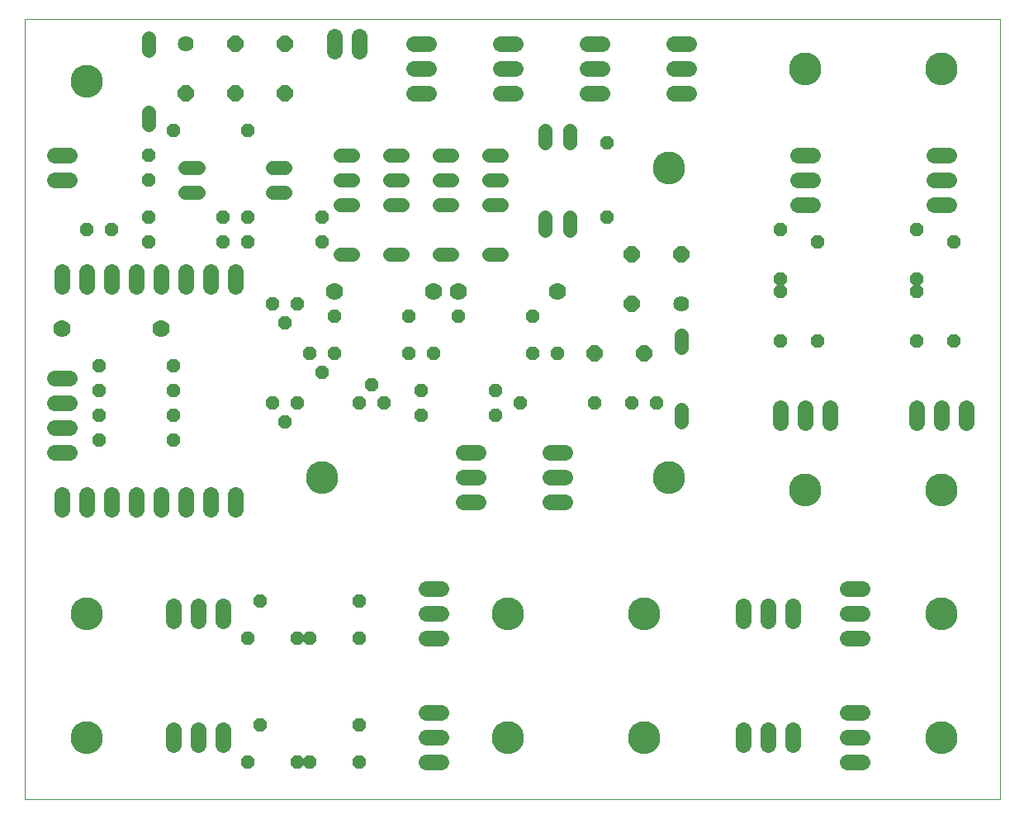
<source format=gts>
G75*
%MOIN*%
%OFA0B0*%
%FSLAX25Y25*%
%IPPOS*%
%LPD*%
%AMOC8*
5,1,8,0,0,1.08239X$1,22.5*
%
%ADD10C,0.00000*%
%ADD11C,0.06400*%
%ADD12OC8,0.06400*%
%ADD13C,0.07000*%
%ADD14C,0.05600*%
%ADD15C,0.06400*%
%ADD16C,0.05550*%
%ADD17OC8,0.05600*%
%ADD18C,0.12998*%
D10*
X0002600Y0002600D02*
X0002600Y0317561D01*
X0396301Y0317561D01*
X0396301Y0002600D01*
X0002600Y0002600D01*
X0021301Y0027600D02*
X0021303Y0027758D01*
X0021309Y0027916D01*
X0021319Y0028074D01*
X0021333Y0028232D01*
X0021351Y0028389D01*
X0021372Y0028546D01*
X0021398Y0028702D01*
X0021428Y0028858D01*
X0021461Y0029013D01*
X0021499Y0029166D01*
X0021540Y0029319D01*
X0021585Y0029471D01*
X0021634Y0029622D01*
X0021687Y0029771D01*
X0021743Y0029919D01*
X0021803Y0030065D01*
X0021867Y0030210D01*
X0021935Y0030353D01*
X0022006Y0030495D01*
X0022080Y0030635D01*
X0022158Y0030772D01*
X0022240Y0030908D01*
X0022324Y0031042D01*
X0022413Y0031173D01*
X0022504Y0031302D01*
X0022599Y0031429D01*
X0022696Y0031554D01*
X0022797Y0031676D01*
X0022901Y0031795D01*
X0023008Y0031912D01*
X0023118Y0032026D01*
X0023231Y0032137D01*
X0023346Y0032246D01*
X0023464Y0032351D01*
X0023585Y0032453D01*
X0023708Y0032553D01*
X0023834Y0032649D01*
X0023962Y0032742D01*
X0024092Y0032832D01*
X0024225Y0032918D01*
X0024360Y0033002D01*
X0024496Y0033081D01*
X0024635Y0033158D01*
X0024776Y0033230D01*
X0024918Y0033300D01*
X0025062Y0033365D01*
X0025208Y0033427D01*
X0025355Y0033485D01*
X0025504Y0033540D01*
X0025654Y0033591D01*
X0025805Y0033638D01*
X0025957Y0033681D01*
X0026110Y0033720D01*
X0026265Y0033756D01*
X0026420Y0033787D01*
X0026576Y0033815D01*
X0026732Y0033839D01*
X0026889Y0033859D01*
X0027047Y0033875D01*
X0027204Y0033887D01*
X0027363Y0033895D01*
X0027521Y0033899D01*
X0027679Y0033899D01*
X0027837Y0033895D01*
X0027996Y0033887D01*
X0028153Y0033875D01*
X0028311Y0033859D01*
X0028468Y0033839D01*
X0028624Y0033815D01*
X0028780Y0033787D01*
X0028935Y0033756D01*
X0029090Y0033720D01*
X0029243Y0033681D01*
X0029395Y0033638D01*
X0029546Y0033591D01*
X0029696Y0033540D01*
X0029845Y0033485D01*
X0029992Y0033427D01*
X0030138Y0033365D01*
X0030282Y0033300D01*
X0030424Y0033230D01*
X0030565Y0033158D01*
X0030704Y0033081D01*
X0030840Y0033002D01*
X0030975Y0032918D01*
X0031108Y0032832D01*
X0031238Y0032742D01*
X0031366Y0032649D01*
X0031492Y0032553D01*
X0031615Y0032453D01*
X0031736Y0032351D01*
X0031854Y0032246D01*
X0031969Y0032137D01*
X0032082Y0032026D01*
X0032192Y0031912D01*
X0032299Y0031795D01*
X0032403Y0031676D01*
X0032504Y0031554D01*
X0032601Y0031429D01*
X0032696Y0031302D01*
X0032787Y0031173D01*
X0032876Y0031042D01*
X0032960Y0030908D01*
X0033042Y0030772D01*
X0033120Y0030635D01*
X0033194Y0030495D01*
X0033265Y0030353D01*
X0033333Y0030210D01*
X0033397Y0030065D01*
X0033457Y0029919D01*
X0033513Y0029771D01*
X0033566Y0029622D01*
X0033615Y0029471D01*
X0033660Y0029319D01*
X0033701Y0029166D01*
X0033739Y0029013D01*
X0033772Y0028858D01*
X0033802Y0028702D01*
X0033828Y0028546D01*
X0033849Y0028389D01*
X0033867Y0028232D01*
X0033881Y0028074D01*
X0033891Y0027916D01*
X0033897Y0027758D01*
X0033899Y0027600D01*
X0033897Y0027442D01*
X0033891Y0027284D01*
X0033881Y0027126D01*
X0033867Y0026968D01*
X0033849Y0026811D01*
X0033828Y0026654D01*
X0033802Y0026498D01*
X0033772Y0026342D01*
X0033739Y0026187D01*
X0033701Y0026034D01*
X0033660Y0025881D01*
X0033615Y0025729D01*
X0033566Y0025578D01*
X0033513Y0025429D01*
X0033457Y0025281D01*
X0033397Y0025135D01*
X0033333Y0024990D01*
X0033265Y0024847D01*
X0033194Y0024705D01*
X0033120Y0024565D01*
X0033042Y0024428D01*
X0032960Y0024292D01*
X0032876Y0024158D01*
X0032787Y0024027D01*
X0032696Y0023898D01*
X0032601Y0023771D01*
X0032504Y0023646D01*
X0032403Y0023524D01*
X0032299Y0023405D01*
X0032192Y0023288D01*
X0032082Y0023174D01*
X0031969Y0023063D01*
X0031854Y0022954D01*
X0031736Y0022849D01*
X0031615Y0022747D01*
X0031492Y0022647D01*
X0031366Y0022551D01*
X0031238Y0022458D01*
X0031108Y0022368D01*
X0030975Y0022282D01*
X0030840Y0022198D01*
X0030704Y0022119D01*
X0030565Y0022042D01*
X0030424Y0021970D01*
X0030282Y0021900D01*
X0030138Y0021835D01*
X0029992Y0021773D01*
X0029845Y0021715D01*
X0029696Y0021660D01*
X0029546Y0021609D01*
X0029395Y0021562D01*
X0029243Y0021519D01*
X0029090Y0021480D01*
X0028935Y0021444D01*
X0028780Y0021413D01*
X0028624Y0021385D01*
X0028468Y0021361D01*
X0028311Y0021341D01*
X0028153Y0021325D01*
X0027996Y0021313D01*
X0027837Y0021305D01*
X0027679Y0021301D01*
X0027521Y0021301D01*
X0027363Y0021305D01*
X0027204Y0021313D01*
X0027047Y0021325D01*
X0026889Y0021341D01*
X0026732Y0021361D01*
X0026576Y0021385D01*
X0026420Y0021413D01*
X0026265Y0021444D01*
X0026110Y0021480D01*
X0025957Y0021519D01*
X0025805Y0021562D01*
X0025654Y0021609D01*
X0025504Y0021660D01*
X0025355Y0021715D01*
X0025208Y0021773D01*
X0025062Y0021835D01*
X0024918Y0021900D01*
X0024776Y0021970D01*
X0024635Y0022042D01*
X0024496Y0022119D01*
X0024360Y0022198D01*
X0024225Y0022282D01*
X0024092Y0022368D01*
X0023962Y0022458D01*
X0023834Y0022551D01*
X0023708Y0022647D01*
X0023585Y0022747D01*
X0023464Y0022849D01*
X0023346Y0022954D01*
X0023231Y0023063D01*
X0023118Y0023174D01*
X0023008Y0023288D01*
X0022901Y0023405D01*
X0022797Y0023524D01*
X0022696Y0023646D01*
X0022599Y0023771D01*
X0022504Y0023898D01*
X0022413Y0024027D01*
X0022324Y0024158D01*
X0022240Y0024292D01*
X0022158Y0024428D01*
X0022080Y0024565D01*
X0022006Y0024705D01*
X0021935Y0024847D01*
X0021867Y0024990D01*
X0021803Y0025135D01*
X0021743Y0025281D01*
X0021687Y0025429D01*
X0021634Y0025578D01*
X0021585Y0025729D01*
X0021540Y0025881D01*
X0021499Y0026034D01*
X0021461Y0026187D01*
X0021428Y0026342D01*
X0021398Y0026498D01*
X0021372Y0026654D01*
X0021351Y0026811D01*
X0021333Y0026968D01*
X0021319Y0027126D01*
X0021309Y0027284D01*
X0021303Y0027442D01*
X0021301Y0027600D01*
X0021301Y0077600D02*
X0021303Y0077758D01*
X0021309Y0077916D01*
X0021319Y0078074D01*
X0021333Y0078232D01*
X0021351Y0078389D01*
X0021372Y0078546D01*
X0021398Y0078702D01*
X0021428Y0078858D01*
X0021461Y0079013D01*
X0021499Y0079166D01*
X0021540Y0079319D01*
X0021585Y0079471D01*
X0021634Y0079622D01*
X0021687Y0079771D01*
X0021743Y0079919D01*
X0021803Y0080065D01*
X0021867Y0080210D01*
X0021935Y0080353D01*
X0022006Y0080495D01*
X0022080Y0080635D01*
X0022158Y0080772D01*
X0022240Y0080908D01*
X0022324Y0081042D01*
X0022413Y0081173D01*
X0022504Y0081302D01*
X0022599Y0081429D01*
X0022696Y0081554D01*
X0022797Y0081676D01*
X0022901Y0081795D01*
X0023008Y0081912D01*
X0023118Y0082026D01*
X0023231Y0082137D01*
X0023346Y0082246D01*
X0023464Y0082351D01*
X0023585Y0082453D01*
X0023708Y0082553D01*
X0023834Y0082649D01*
X0023962Y0082742D01*
X0024092Y0082832D01*
X0024225Y0082918D01*
X0024360Y0083002D01*
X0024496Y0083081D01*
X0024635Y0083158D01*
X0024776Y0083230D01*
X0024918Y0083300D01*
X0025062Y0083365D01*
X0025208Y0083427D01*
X0025355Y0083485D01*
X0025504Y0083540D01*
X0025654Y0083591D01*
X0025805Y0083638D01*
X0025957Y0083681D01*
X0026110Y0083720D01*
X0026265Y0083756D01*
X0026420Y0083787D01*
X0026576Y0083815D01*
X0026732Y0083839D01*
X0026889Y0083859D01*
X0027047Y0083875D01*
X0027204Y0083887D01*
X0027363Y0083895D01*
X0027521Y0083899D01*
X0027679Y0083899D01*
X0027837Y0083895D01*
X0027996Y0083887D01*
X0028153Y0083875D01*
X0028311Y0083859D01*
X0028468Y0083839D01*
X0028624Y0083815D01*
X0028780Y0083787D01*
X0028935Y0083756D01*
X0029090Y0083720D01*
X0029243Y0083681D01*
X0029395Y0083638D01*
X0029546Y0083591D01*
X0029696Y0083540D01*
X0029845Y0083485D01*
X0029992Y0083427D01*
X0030138Y0083365D01*
X0030282Y0083300D01*
X0030424Y0083230D01*
X0030565Y0083158D01*
X0030704Y0083081D01*
X0030840Y0083002D01*
X0030975Y0082918D01*
X0031108Y0082832D01*
X0031238Y0082742D01*
X0031366Y0082649D01*
X0031492Y0082553D01*
X0031615Y0082453D01*
X0031736Y0082351D01*
X0031854Y0082246D01*
X0031969Y0082137D01*
X0032082Y0082026D01*
X0032192Y0081912D01*
X0032299Y0081795D01*
X0032403Y0081676D01*
X0032504Y0081554D01*
X0032601Y0081429D01*
X0032696Y0081302D01*
X0032787Y0081173D01*
X0032876Y0081042D01*
X0032960Y0080908D01*
X0033042Y0080772D01*
X0033120Y0080635D01*
X0033194Y0080495D01*
X0033265Y0080353D01*
X0033333Y0080210D01*
X0033397Y0080065D01*
X0033457Y0079919D01*
X0033513Y0079771D01*
X0033566Y0079622D01*
X0033615Y0079471D01*
X0033660Y0079319D01*
X0033701Y0079166D01*
X0033739Y0079013D01*
X0033772Y0078858D01*
X0033802Y0078702D01*
X0033828Y0078546D01*
X0033849Y0078389D01*
X0033867Y0078232D01*
X0033881Y0078074D01*
X0033891Y0077916D01*
X0033897Y0077758D01*
X0033899Y0077600D01*
X0033897Y0077442D01*
X0033891Y0077284D01*
X0033881Y0077126D01*
X0033867Y0076968D01*
X0033849Y0076811D01*
X0033828Y0076654D01*
X0033802Y0076498D01*
X0033772Y0076342D01*
X0033739Y0076187D01*
X0033701Y0076034D01*
X0033660Y0075881D01*
X0033615Y0075729D01*
X0033566Y0075578D01*
X0033513Y0075429D01*
X0033457Y0075281D01*
X0033397Y0075135D01*
X0033333Y0074990D01*
X0033265Y0074847D01*
X0033194Y0074705D01*
X0033120Y0074565D01*
X0033042Y0074428D01*
X0032960Y0074292D01*
X0032876Y0074158D01*
X0032787Y0074027D01*
X0032696Y0073898D01*
X0032601Y0073771D01*
X0032504Y0073646D01*
X0032403Y0073524D01*
X0032299Y0073405D01*
X0032192Y0073288D01*
X0032082Y0073174D01*
X0031969Y0073063D01*
X0031854Y0072954D01*
X0031736Y0072849D01*
X0031615Y0072747D01*
X0031492Y0072647D01*
X0031366Y0072551D01*
X0031238Y0072458D01*
X0031108Y0072368D01*
X0030975Y0072282D01*
X0030840Y0072198D01*
X0030704Y0072119D01*
X0030565Y0072042D01*
X0030424Y0071970D01*
X0030282Y0071900D01*
X0030138Y0071835D01*
X0029992Y0071773D01*
X0029845Y0071715D01*
X0029696Y0071660D01*
X0029546Y0071609D01*
X0029395Y0071562D01*
X0029243Y0071519D01*
X0029090Y0071480D01*
X0028935Y0071444D01*
X0028780Y0071413D01*
X0028624Y0071385D01*
X0028468Y0071361D01*
X0028311Y0071341D01*
X0028153Y0071325D01*
X0027996Y0071313D01*
X0027837Y0071305D01*
X0027679Y0071301D01*
X0027521Y0071301D01*
X0027363Y0071305D01*
X0027204Y0071313D01*
X0027047Y0071325D01*
X0026889Y0071341D01*
X0026732Y0071361D01*
X0026576Y0071385D01*
X0026420Y0071413D01*
X0026265Y0071444D01*
X0026110Y0071480D01*
X0025957Y0071519D01*
X0025805Y0071562D01*
X0025654Y0071609D01*
X0025504Y0071660D01*
X0025355Y0071715D01*
X0025208Y0071773D01*
X0025062Y0071835D01*
X0024918Y0071900D01*
X0024776Y0071970D01*
X0024635Y0072042D01*
X0024496Y0072119D01*
X0024360Y0072198D01*
X0024225Y0072282D01*
X0024092Y0072368D01*
X0023962Y0072458D01*
X0023834Y0072551D01*
X0023708Y0072647D01*
X0023585Y0072747D01*
X0023464Y0072849D01*
X0023346Y0072954D01*
X0023231Y0073063D01*
X0023118Y0073174D01*
X0023008Y0073288D01*
X0022901Y0073405D01*
X0022797Y0073524D01*
X0022696Y0073646D01*
X0022599Y0073771D01*
X0022504Y0073898D01*
X0022413Y0074027D01*
X0022324Y0074158D01*
X0022240Y0074292D01*
X0022158Y0074428D01*
X0022080Y0074565D01*
X0022006Y0074705D01*
X0021935Y0074847D01*
X0021867Y0074990D01*
X0021803Y0075135D01*
X0021743Y0075281D01*
X0021687Y0075429D01*
X0021634Y0075578D01*
X0021585Y0075729D01*
X0021540Y0075881D01*
X0021499Y0076034D01*
X0021461Y0076187D01*
X0021428Y0076342D01*
X0021398Y0076498D01*
X0021372Y0076654D01*
X0021351Y0076811D01*
X0021333Y0076968D01*
X0021319Y0077126D01*
X0021309Y0077284D01*
X0021303Y0077442D01*
X0021301Y0077600D01*
X0116301Y0132600D02*
X0116303Y0132758D01*
X0116309Y0132916D01*
X0116319Y0133074D01*
X0116333Y0133232D01*
X0116351Y0133389D01*
X0116372Y0133546D01*
X0116398Y0133702D01*
X0116428Y0133858D01*
X0116461Y0134013D01*
X0116499Y0134166D01*
X0116540Y0134319D01*
X0116585Y0134471D01*
X0116634Y0134622D01*
X0116687Y0134771D01*
X0116743Y0134919D01*
X0116803Y0135065D01*
X0116867Y0135210D01*
X0116935Y0135353D01*
X0117006Y0135495D01*
X0117080Y0135635D01*
X0117158Y0135772D01*
X0117240Y0135908D01*
X0117324Y0136042D01*
X0117413Y0136173D01*
X0117504Y0136302D01*
X0117599Y0136429D01*
X0117696Y0136554D01*
X0117797Y0136676D01*
X0117901Y0136795D01*
X0118008Y0136912D01*
X0118118Y0137026D01*
X0118231Y0137137D01*
X0118346Y0137246D01*
X0118464Y0137351D01*
X0118585Y0137453D01*
X0118708Y0137553D01*
X0118834Y0137649D01*
X0118962Y0137742D01*
X0119092Y0137832D01*
X0119225Y0137918D01*
X0119360Y0138002D01*
X0119496Y0138081D01*
X0119635Y0138158D01*
X0119776Y0138230D01*
X0119918Y0138300D01*
X0120062Y0138365D01*
X0120208Y0138427D01*
X0120355Y0138485D01*
X0120504Y0138540D01*
X0120654Y0138591D01*
X0120805Y0138638D01*
X0120957Y0138681D01*
X0121110Y0138720D01*
X0121265Y0138756D01*
X0121420Y0138787D01*
X0121576Y0138815D01*
X0121732Y0138839D01*
X0121889Y0138859D01*
X0122047Y0138875D01*
X0122204Y0138887D01*
X0122363Y0138895D01*
X0122521Y0138899D01*
X0122679Y0138899D01*
X0122837Y0138895D01*
X0122996Y0138887D01*
X0123153Y0138875D01*
X0123311Y0138859D01*
X0123468Y0138839D01*
X0123624Y0138815D01*
X0123780Y0138787D01*
X0123935Y0138756D01*
X0124090Y0138720D01*
X0124243Y0138681D01*
X0124395Y0138638D01*
X0124546Y0138591D01*
X0124696Y0138540D01*
X0124845Y0138485D01*
X0124992Y0138427D01*
X0125138Y0138365D01*
X0125282Y0138300D01*
X0125424Y0138230D01*
X0125565Y0138158D01*
X0125704Y0138081D01*
X0125840Y0138002D01*
X0125975Y0137918D01*
X0126108Y0137832D01*
X0126238Y0137742D01*
X0126366Y0137649D01*
X0126492Y0137553D01*
X0126615Y0137453D01*
X0126736Y0137351D01*
X0126854Y0137246D01*
X0126969Y0137137D01*
X0127082Y0137026D01*
X0127192Y0136912D01*
X0127299Y0136795D01*
X0127403Y0136676D01*
X0127504Y0136554D01*
X0127601Y0136429D01*
X0127696Y0136302D01*
X0127787Y0136173D01*
X0127876Y0136042D01*
X0127960Y0135908D01*
X0128042Y0135772D01*
X0128120Y0135635D01*
X0128194Y0135495D01*
X0128265Y0135353D01*
X0128333Y0135210D01*
X0128397Y0135065D01*
X0128457Y0134919D01*
X0128513Y0134771D01*
X0128566Y0134622D01*
X0128615Y0134471D01*
X0128660Y0134319D01*
X0128701Y0134166D01*
X0128739Y0134013D01*
X0128772Y0133858D01*
X0128802Y0133702D01*
X0128828Y0133546D01*
X0128849Y0133389D01*
X0128867Y0133232D01*
X0128881Y0133074D01*
X0128891Y0132916D01*
X0128897Y0132758D01*
X0128899Y0132600D01*
X0128897Y0132442D01*
X0128891Y0132284D01*
X0128881Y0132126D01*
X0128867Y0131968D01*
X0128849Y0131811D01*
X0128828Y0131654D01*
X0128802Y0131498D01*
X0128772Y0131342D01*
X0128739Y0131187D01*
X0128701Y0131034D01*
X0128660Y0130881D01*
X0128615Y0130729D01*
X0128566Y0130578D01*
X0128513Y0130429D01*
X0128457Y0130281D01*
X0128397Y0130135D01*
X0128333Y0129990D01*
X0128265Y0129847D01*
X0128194Y0129705D01*
X0128120Y0129565D01*
X0128042Y0129428D01*
X0127960Y0129292D01*
X0127876Y0129158D01*
X0127787Y0129027D01*
X0127696Y0128898D01*
X0127601Y0128771D01*
X0127504Y0128646D01*
X0127403Y0128524D01*
X0127299Y0128405D01*
X0127192Y0128288D01*
X0127082Y0128174D01*
X0126969Y0128063D01*
X0126854Y0127954D01*
X0126736Y0127849D01*
X0126615Y0127747D01*
X0126492Y0127647D01*
X0126366Y0127551D01*
X0126238Y0127458D01*
X0126108Y0127368D01*
X0125975Y0127282D01*
X0125840Y0127198D01*
X0125704Y0127119D01*
X0125565Y0127042D01*
X0125424Y0126970D01*
X0125282Y0126900D01*
X0125138Y0126835D01*
X0124992Y0126773D01*
X0124845Y0126715D01*
X0124696Y0126660D01*
X0124546Y0126609D01*
X0124395Y0126562D01*
X0124243Y0126519D01*
X0124090Y0126480D01*
X0123935Y0126444D01*
X0123780Y0126413D01*
X0123624Y0126385D01*
X0123468Y0126361D01*
X0123311Y0126341D01*
X0123153Y0126325D01*
X0122996Y0126313D01*
X0122837Y0126305D01*
X0122679Y0126301D01*
X0122521Y0126301D01*
X0122363Y0126305D01*
X0122204Y0126313D01*
X0122047Y0126325D01*
X0121889Y0126341D01*
X0121732Y0126361D01*
X0121576Y0126385D01*
X0121420Y0126413D01*
X0121265Y0126444D01*
X0121110Y0126480D01*
X0120957Y0126519D01*
X0120805Y0126562D01*
X0120654Y0126609D01*
X0120504Y0126660D01*
X0120355Y0126715D01*
X0120208Y0126773D01*
X0120062Y0126835D01*
X0119918Y0126900D01*
X0119776Y0126970D01*
X0119635Y0127042D01*
X0119496Y0127119D01*
X0119360Y0127198D01*
X0119225Y0127282D01*
X0119092Y0127368D01*
X0118962Y0127458D01*
X0118834Y0127551D01*
X0118708Y0127647D01*
X0118585Y0127747D01*
X0118464Y0127849D01*
X0118346Y0127954D01*
X0118231Y0128063D01*
X0118118Y0128174D01*
X0118008Y0128288D01*
X0117901Y0128405D01*
X0117797Y0128524D01*
X0117696Y0128646D01*
X0117599Y0128771D01*
X0117504Y0128898D01*
X0117413Y0129027D01*
X0117324Y0129158D01*
X0117240Y0129292D01*
X0117158Y0129428D01*
X0117080Y0129565D01*
X0117006Y0129705D01*
X0116935Y0129847D01*
X0116867Y0129990D01*
X0116803Y0130135D01*
X0116743Y0130281D01*
X0116687Y0130429D01*
X0116634Y0130578D01*
X0116585Y0130729D01*
X0116540Y0130881D01*
X0116499Y0131034D01*
X0116461Y0131187D01*
X0116428Y0131342D01*
X0116398Y0131498D01*
X0116372Y0131654D01*
X0116351Y0131811D01*
X0116333Y0131968D01*
X0116319Y0132126D01*
X0116309Y0132284D01*
X0116303Y0132442D01*
X0116301Y0132600D01*
X0191301Y0077600D02*
X0191303Y0077758D01*
X0191309Y0077916D01*
X0191319Y0078074D01*
X0191333Y0078232D01*
X0191351Y0078389D01*
X0191372Y0078546D01*
X0191398Y0078702D01*
X0191428Y0078858D01*
X0191461Y0079013D01*
X0191499Y0079166D01*
X0191540Y0079319D01*
X0191585Y0079471D01*
X0191634Y0079622D01*
X0191687Y0079771D01*
X0191743Y0079919D01*
X0191803Y0080065D01*
X0191867Y0080210D01*
X0191935Y0080353D01*
X0192006Y0080495D01*
X0192080Y0080635D01*
X0192158Y0080772D01*
X0192240Y0080908D01*
X0192324Y0081042D01*
X0192413Y0081173D01*
X0192504Y0081302D01*
X0192599Y0081429D01*
X0192696Y0081554D01*
X0192797Y0081676D01*
X0192901Y0081795D01*
X0193008Y0081912D01*
X0193118Y0082026D01*
X0193231Y0082137D01*
X0193346Y0082246D01*
X0193464Y0082351D01*
X0193585Y0082453D01*
X0193708Y0082553D01*
X0193834Y0082649D01*
X0193962Y0082742D01*
X0194092Y0082832D01*
X0194225Y0082918D01*
X0194360Y0083002D01*
X0194496Y0083081D01*
X0194635Y0083158D01*
X0194776Y0083230D01*
X0194918Y0083300D01*
X0195062Y0083365D01*
X0195208Y0083427D01*
X0195355Y0083485D01*
X0195504Y0083540D01*
X0195654Y0083591D01*
X0195805Y0083638D01*
X0195957Y0083681D01*
X0196110Y0083720D01*
X0196265Y0083756D01*
X0196420Y0083787D01*
X0196576Y0083815D01*
X0196732Y0083839D01*
X0196889Y0083859D01*
X0197047Y0083875D01*
X0197204Y0083887D01*
X0197363Y0083895D01*
X0197521Y0083899D01*
X0197679Y0083899D01*
X0197837Y0083895D01*
X0197996Y0083887D01*
X0198153Y0083875D01*
X0198311Y0083859D01*
X0198468Y0083839D01*
X0198624Y0083815D01*
X0198780Y0083787D01*
X0198935Y0083756D01*
X0199090Y0083720D01*
X0199243Y0083681D01*
X0199395Y0083638D01*
X0199546Y0083591D01*
X0199696Y0083540D01*
X0199845Y0083485D01*
X0199992Y0083427D01*
X0200138Y0083365D01*
X0200282Y0083300D01*
X0200424Y0083230D01*
X0200565Y0083158D01*
X0200704Y0083081D01*
X0200840Y0083002D01*
X0200975Y0082918D01*
X0201108Y0082832D01*
X0201238Y0082742D01*
X0201366Y0082649D01*
X0201492Y0082553D01*
X0201615Y0082453D01*
X0201736Y0082351D01*
X0201854Y0082246D01*
X0201969Y0082137D01*
X0202082Y0082026D01*
X0202192Y0081912D01*
X0202299Y0081795D01*
X0202403Y0081676D01*
X0202504Y0081554D01*
X0202601Y0081429D01*
X0202696Y0081302D01*
X0202787Y0081173D01*
X0202876Y0081042D01*
X0202960Y0080908D01*
X0203042Y0080772D01*
X0203120Y0080635D01*
X0203194Y0080495D01*
X0203265Y0080353D01*
X0203333Y0080210D01*
X0203397Y0080065D01*
X0203457Y0079919D01*
X0203513Y0079771D01*
X0203566Y0079622D01*
X0203615Y0079471D01*
X0203660Y0079319D01*
X0203701Y0079166D01*
X0203739Y0079013D01*
X0203772Y0078858D01*
X0203802Y0078702D01*
X0203828Y0078546D01*
X0203849Y0078389D01*
X0203867Y0078232D01*
X0203881Y0078074D01*
X0203891Y0077916D01*
X0203897Y0077758D01*
X0203899Y0077600D01*
X0203897Y0077442D01*
X0203891Y0077284D01*
X0203881Y0077126D01*
X0203867Y0076968D01*
X0203849Y0076811D01*
X0203828Y0076654D01*
X0203802Y0076498D01*
X0203772Y0076342D01*
X0203739Y0076187D01*
X0203701Y0076034D01*
X0203660Y0075881D01*
X0203615Y0075729D01*
X0203566Y0075578D01*
X0203513Y0075429D01*
X0203457Y0075281D01*
X0203397Y0075135D01*
X0203333Y0074990D01*
X0203265Y0074847D01*
X0203194Y0074705D01*
X0203120Y0074565D01*
X0203042Y0074428D01*
X0202960Y0074292D01*
X0202876Y0074158D01*
X0202787Y0074027D01*
X0202696Y0073898D01*
X0202601Y0073771D01*
X0202504Y0073646D01*
X0202403Y0073524D01*
X0202299Y0073405D01*
X0202192Y0073288D01*
X0202082Y0073174D01*
X0201969Y0073063D01*
X0201854Y0072954D01*
X0201736Y0072849D01*
X0201615Y0072747D01*
X0201492Y0072647D01*
X0201366Y0072551D01*
X0201238Y0072458D01*
X0201108Y0072368D01*
X0200975Y0072282D01*
X0200840Y0072198D01*
X0200704Y0072119D01*
X0200565Y0072042D01*
X0200424Y0071970D01*
X0200282Y0071900D01*
X0200138Y0071835D01*
X0199992Y0071773D01*
X0199845Y0071715D01*
X0199696Y0071660D01*
X0199546Y0071609D01*
X0199395Y0071562D01*
X0199243Y0071519D01*
X0199090Y0071480D01*
X0198935Y0071444D01*
X0198780Y0071413D01*
X0198624Y0071385D01*
X0198468Y0071361D01*
X0198311Y0071341D01*
X0198153Y0071325D01*
X0197996Y0071313D01*
X0197837Y0071305D01*
X0197679Y0071301D01*
X0197521Y0071301D01*
X0197363Y0071305D01*
X0197204Y0071313D01*
X0197047Y0071325D01*
X0196889Y0071341D01*
X0196732Y0071361D01*
X0196576Y0071385D01*
X0196420Y0071413D01*
X0196265Y0071444D01*
X0196110Y0071480D01*
X0195957Y0071519D01*
X0195805Y0071562D01*
X0195654Y0071609D01*
X0195504Y0071660D01*
X0195355Y0071715D01*
X0195208Y0071773D01*
X0195062Y0071835D01*
X0194918Y0071900D01*
X0194776Y0071970D01*
X0194635Y0072042D01*
X0194496Y0072119D01*
X0194360Y0072198D01*
X0194225Y0072282D01*
X0194092Y0072368D01*
X0193962Y0072458D01*
X0193834Y0072551D01*
X0193708Y0072647D01*
X0193585Y0072747D01*
X0193464Y0072849D01*
X0193346Y0072954D01*
X0193231Y0073063D01*
X0193118Y0073174D01*
X0193008Y0073288D01*
X0192901Y0073405D01*
X0192797Y0073524D01*
X0192696Y0073646D01*
X0192599Y0073771D01*
X0192504Y0073898D01*
X0192413Y0074027D01*
X0192324Y0074158D01*
X0192240Y0074292D01*
X0192158Y0074428D01*
X0192080Y0074565D01*
X0192006Y0074705D01*
X0191935Y0074847D01*
X0191867Y0074990D01*
X0191803Y0075135D01*
X0191743Y0075281D01*
X0191687Y0075429D01*
X0191634Y0075578D01*
X0191585Y0075729D01*
X0191540Y0075881D01*
X0191499Y0076034D01*
X0191461Y0076187D01*
X0191428Y0076342D01*
X0191398Y0076498D01*
X0191372Y0076654D01*
X0191351Y0076811D01*
X0191333Y0076968D01*
X0191319Y0077126D01*
X0191309Y0077284D01*
X0191303Y0077442D01*
X0191301Y0077600D01*
X0191301Y0027600D02*
X0191303Y0027758D01*
X0191309Y0027916D01*
X0191319Y0028074D01*
X0191333Y0028232D01*
X0191351Y0028389D01*
X0191372Y0028546D01*
X0191398Y0028702D01*
X0191428Y0028858D01*
X0191461Y0029013D01*
X0191499Y0029166D01*
X0191540Y0029319D01*
X0191585Y0029471D01*
X0191634Y0029622D01*
X0191687Y0029771D01*
X0191743Y0029919D01*
X0191803Y0030065D01*
X0191867Y0030210D01*
X0191935Y0030353D01*
X0192006Y0030495D01*
X0192080Y0030635D01*
X0192158Y0030772D01*
X0192240Y0030908D01*
X0192324Y0031042D01*
X0192413Y0031173D01*
X0192504Y0031302D01*
X0192599Y0031429D01*
X0192696Y0031554D01*
X0192797Y0031676D01*
X0192901Y0031795D01*
X0193008Y0031912D01*
X0193118Y0032026D01*
X0193231Y0032137D01*
X0193346Y0032246D01*
X0193464Y0032351D01*
X0193585Y0032453D01*
X0193708Y0032553D01*
X0193834Y0032649D01*
X0193962Y0032742D01*
X0194092Y0032832D01*
X0194225Y0032918D01*
X0194360Y0033002D01*
X0194496Y0033081D01*
X0194635Y0033158D01*
X0194776Y0033230D01*
X0194918Y0033300D01*
X0195062Y0033365D01*
X0195208Y0033427D01*
X0195355Y0033485D01*
X0195504Y0033540D01*
X0195654Y0033591D01*
X0195805Y0033638D01*
X0195957Y0033681D01*
X0196110Y0033720D01*
X0196265Y0033756D01*
X0196420Y0033787D01*
X0196576Y0033815D01*
X0196732Y0033839D01*
X0196889Y0033859D01*
X0197047Y0033875D01*
X0197204Y0033887D01*
X0197363Y0033895D01*
X0197521Y0033899D01*
X0197679Y0033899D01*
X0197837Y0033895D01*
X0197996Y0033887D01*
X0198153Y0033875D01*
X0198311Y0033859D01*
X0198468Y0033839D01*
X0198624Y0033815D01*
X0198780Y0033787D01*
X0198935Y0033756D01*
X0199090Y0033720D01*
X0199243Y0033681D01*
X0199395Y0033638D01*
X0199546Y0033591D01*
X0199696Y0033540D01*
X0199845Y0033485D01*
X0199992Y0033427D01*
X0200138Y0033365D01*
X0200282Y0033300D01*
X0200424Y0033230D01*
X0200565Y0033158D01*
X0200704Y0033081D01*
X0200840Y0033002D01*
X0200975Y0032918D01*
X0201108Y0032832D01*
X0201238Y0032742D01*
X0201366Y0032649D01*
X0201492Y0032553D01*
X0201615Y0032453D01*
X0201736Y0032351D01*
X0201854Y0032246D01*
X0201969Y0032137D01*
X0202082Y0032026D01*
X0202192Y0031912D01*
X0202299Y0031795D01*
X0202403Y0031676D01*
X0202504Y0031554D01*
X0202601Y0031429D01*
X0202696Y0031302D01*
X0202787Y0031173D01*
X0202876Y0031042D01*
X0202960Y0030908D01*
X0203042Y0030772D01*
X0203120Y0030635D01*
X0203194Y0030495D01*
X0203265Y0030353D01*
X0203333Y0030210D01*
X0203397Y0030065D01*
X0203457Y0029919D01*
X0203513Y0029771D01*
X0203566Y0029622D01*
X0203615Y0029471D01*
X0203660Y0029319D01*
X0203701Y0029166D01*
X0203739Y0029013D01*
X0203772Y0028858D01*
X0203802Y0028702D01*
X0203828Y0028546D01*
X0203849Y0028389D01*
X0203867Y0028232D01*
X0203881Y0028074D01*
X0203891Y0027916D01*
X0203897Y0027758D01*
X0203899Y0027600D01*
X0203897Y0027442D01*
X0203891Y0027284D01*
X0203881Y0027126D01*
X0203867Y0026968D01*
X0203849Y0026811D01*
X0203828Y0026654D01*
X0203802Y0026498D01*
X0203772Y0026342D01*
X0203739Y0026187D01*
X0203701Y0026034D01*
X0203660Y0025881D01*
X0203615Y0025729D01*
X0203566Y0025578D01*
X0203513Y0025429D01*
X0203457Y0025281D01*
X0203397Y0025135D01*
X0203333Y0024990D01*
X0203265Y0024847D01*
X0203194Y0024705D01*
X0203120Y0024565D01*
X0203042Y0024428D01*
X0202960Y0024292D01*
X0202876Y0024158D01*
X0202787Y0024027D01*
X0202696Y0023898D01*
X0202601Y0023771D01*
X0202504Y0023646D01*
X0202403Y0023524D01*
X0202299Y0023405D01*
X0202192Y0023288D01*
X0202082Y0023174D01*
X0201969Y0023063D01*
X0201854Y0022954D01*
X0201736Y0022849D01*
X0201615Y0022747D01*
X0201492Y0022647D01*
X0201366Y0022551D01*
X0201238Y0022458D01*
X0201108Y0022368D01*
X0200975Y0022282D01*
X0200840Y0022198D01*
X0200704Y0022119D01*
X0200565Y0022042D01*
X0200424Y0021970D01*
X0200282Y0021900D01*
X0200138Y0021835D01*
X0199992Y0021773D01*
X0199845Y0021715D01*
X0199696Y0021660D01*
X0199546Y0021609D01*
X0199395Y0021562D01*
X0199243Y0021519D01*
X0199090Y0021480D01*
X0198935Y0021444D01*
X0198780Y0021413D01*
X0198624Y0021385D01*
X0198468Y0021361D01*
X0198311Y0021341D01*
X0198153Y0021325D01*
X0197996Y0021313D01*
X0197837Y0021305D01*
X0197679Y0021301D01*
X0197521Y0021301D01*
X0197363Y0021305D01*
X0197204Y0021313D01*
X0197047Y0021325D01*
X0196889Y0021341D01*
X0196732Y0021361D01*
X0196576Y0021385D01*
X0196420Y0021413D01*
X0196265Y0021444D01*
X0196110Y0021480D01*
X0195957Y0021519D01*
X0195805Y0021562D01*
X0195654Y0021609D01*
X0195504Y0021660D01*
X0195355Y0021715D01*
X0195208Y0021773D01*
X0195062Y0021835D01*
X0194918Y0021900D01*
X0194776Y0021970D01*
X0194635Y0022042D01*
X0194496Y0022119D01*
X0194360Y0022198D01*
X0194225Y0022282D01*
X0194092Y0022368D01*
X0193962Y0022458D01*
X0193834Y0022551D01*
X0193708Y0022647D01*
X0193585Y0022747D01*
X0193464Y0022849D01*
X0193346Y0022954D01*
X0193231Y0023063D01*
X0193118Y0023174D01*
X0193008Y0023288D01*
X0192901Y0023405D01*
X0192797Y0023524D01*
X0192696Y0023646D01*
X0192599Y0023771D01*
X0192504Y0023898D01*
X0192413Y0024027D01*
X0192324Y0024158D01*
X0192240Y0024292D01*
X0192158Y0024428D01*
X0192080Y0024565D01*
X0192006Y0024705D01*
X0191935Y0024847D01*
X0191867Y0024990D01*
X0191803Y0025135D01*
X0191743Y0025281D01*
X0191687Y0025429D01*
X0191634Y0025578D01*
X0191585Y0025729D01*
X0191540Y0025881D01*
X0191499Y0026034D01*
X0191461Y0026187D01*
X0191428Y0026342D01*
X0191398Y0026498D01*
X0191372Y0026654D01*
X0191351Y0026811D01*
X0191333Y0026968D01*
X0191319Y0027126D01*
X0191309Y0027284D01*
X0191303Y0027442D01*
X0191301Y0027600D01*
X0246301Y0027600D02*
X0246303Y0027758D01*
X0246309Y0027916D01*
X0246319Y0028074D01*
X0246333Y0028232D01*
X0246351Y0028389D01*
X0246372Y0028546D01*
X0246398Y0028702D01*
X0246428Y0028858D01*
X0246461Y0029013D01*
X0246499Y0029166D01*
X0246540Y0029319D01*
X0246585Y0029471D01*
X0246634Y0029622D01*
X0246687Y0029771D01*
X0246743Y0029919D01*
X0246803Y0030065D01*
X0246867Y0030210D01*
X0246935Y0030353D01*
X0247006Y0030495D01*
X0247080Y0030635D01*
X0247158Y0030772D01*
X0247240Y0030908D01*
X0247324Y0031042D01*
X0247413Y0031173D01*
X0247504Y0031302D01*
X0247599Y0031429D01*
X0247696Y0031554D01*
X0247797Y0031676D01*
X0247901Y0031795D01*
X0248008Y0031912D01*
X0248118Y0032026D01*
X0248231Y0032137D01*
X0248346Y0032246D01*
X0248464Y0032351D01*
X0248585Y0032453D01*
X0248708Y0032553D01*
X0248834Y0032649D01*
X0248962Y0032742D01*
X0249092Y0032832D01*
X0249225Y0032918D01*
X0249360Y0033002D01*
X0249496Y0033081D01*
X0249635Y0033158D01*
X0249776Y0033230D01*
X0249918Y0033300D01*
X0250062Y0033365D01*
X0250208Y0033427D01*
X0250355Y0033485D01*
X0250504Y0033540D01*
X0250654Y0033591D01*
X0250805Y0033638D01*
X0250957Y0033681D01*
X0251110Y0033720D01*
X0251265Y0033756D01*
X0251420Y0033787D01*
X0251576Y0033815D01*
X0251732Y0033839D01*
X0251889Y0033859D01*
X0252047Y0033875D01*
X0252204Y0033887D01*
X0252363Y0033895D01*
X0252521Y0033899D01*
X0252679Y0033899D01*
X0252837Y0033895D01*
X0252996Y0033887D01*
X0253153Y0033875D01*
X0253311Y0033859D01*
X0253468Y0033839D01*
X0253624Y0033815D01*
X0253780Y0033787D01*
X0253935Y0033756D01*
X0254090Y0033720D01*
X0254243Y0033681D01*
X0254395Y0033638D01*
X0254546Y0033591D01*
X0254696Y0033540D01*
X0254845Y0033485D01*
X0254992Y0033427D01*
X0255138Y0033365D01*
X0255282Y0033300D01*
X0255424Y0033230D01*
X0255565Y0033158D01*
X0255704Y0033081D01*
X0255840Y0033002D01*
X0255975Y0032918D01*
X0256108Y0032832D01*
X0256238Y0032742D01*
X0256366Y0032649D01*
X0256492Y0032553D01*
X0256615Y0032453D01*
X0256736Y0032351D01*
X0256854Y0032246D01*
X0256969Y0032137D01*
X0257082Y0032026D01*
X0257192Y0031912D01*
X0257299Y0031795D01*
X0257403Y0031676D01*
X0257504Y0031554D01*
X0257601Y0031429D01*
X0257696Y0031302D01*
X0257787Y0031173D01*
X0257876Y0031042D01*
X0257960Y0030908D01*
X0258042Y0030772D01*
X0258120Y0030635D01*
X0258194Y0030495D01*
X0258265Y0030353D01*
X0258333Y0030210D01*
X0258397Y0030065D01*
X0258457Y0029919D01*
X0258513Y0029771D01*
X0258566Y0029622D01*
X0258615Y0029471D01*
X0258660Y0029319D01*
X0258701Y0029166D01*
X0258739Y0029013D01*
X0258772Y0028858D01*
X0258802Y0028702D01*
X0258828Y0028546D01*
X0258849Y0028389D01*
X0258867Y0028232D01*
X0258881Y0028074D01*
X0258891Y0027916D01*
X0258897Y0027758D01*
X0258899Y0027600D01*
X0258897Y0027442D01*
X0258891Y0027284D01*
X0258881Y0027126D01*
X0258867Y0026968D01*
X0258849Y0026811D01*
X0258828Y0026654D01*
X0258802Y0026498D01*
X0258772Y0026342D01*
X0258739Y0026187D01*
X0258701Y0026034D01*
X0258660Y0025881D01*
X0258615Y0025729D01*
X0258566Y0025578D01*
X0258513Y0025429D01*
X0258457Y0025281D01*
X0258397Y0025135D01*
X0258333Y0024990D01*
X0258265Y0024847D01*
X0258194Y0024705D01*
X0258120Y0024565D01*
X0258042Y0024428D01*
X0257960Y0024292D01*
X0257876Y0024158D01*
X0257787Y0024027D01*
X0257696Y0023898D01*
X0257601Y0023771D01*
X0257504Y0023646D01*
X0257403Y0023524D01*
X0257299Y0023405D01*
X0257192Y0023288D01*
X0257082Y0023174D01*
X0256969Y0023063D01*
X0256854Y0022954D01*
X0256736Y0022849D01*
X0256615Y0022747D01*
X0256492Y0022647D01*
X0256366Y0022551D01*
X0256238Y0022458D01*
X0256108Y0022368D01*
X0255975Y0022282D01*
X0255840Y0022198D01*
X0255704Y0022119D01*
X0255565Y0022042D01*
X0255424Y0021970D01*
X0255282Y0021900D01*
X0255138Y0021835D01*
X0254992Y0021773D01*
X0254845Y0021715D01*
X0254696Y0021660D01*
X0254546Y0021609D01*
X0254395Y0021562D01*
X0254243Y0021519D01*
X0254090Y0021480D01*
X0253935Y0021444D01*
X0253780Y0021413D01*
X0253624Y0021385D01*
X0253468Y0021361D01*
X0253311Y0021341D01*
X0253153Y0021325D01*
X0252996Y0021313D01*
X0252837Y0021305D01*
X0252679Y0021301D01*
X0252521Y0021301D01*
X0252363Y0021305D01*
X0252204Y0021313D01*
X0252047Y0021325D01*
X0251889Y0021341D01*
X0251732Y0021361D01*
X0251576Y0021385D01*
X0251420Y0021413D01*
X0251265Y0021444D01*
X0251110Y0021480D01*
X0250957Y0021519D01*
X0250805Y0021562D01*
X0250654Y0021609D01*
X0250504Y0021660D01*
X0250355Y0021715D01*
X0250208Y0021773D01*
X0250062Y0021835D01*
X0249918Y0021900D01*
X0249776Y0021970D01*
X0249635Y0022042D01*
X0249496Y0022119D01*
X0249360Y0022198D01*
X0249225Y0022282D01*
X0249092Y0022368D01*
X0248962Y0022458D01*
X0248834Y0022551D01*
X0248708Y0022647D01*
X0248585Y0022747D01*
X0248464Y0022849D01*
X0248346Y0022954D01*
X0248231Y0023063D01*
X0248118Y0023174D01*
X0248008Y0023288D01*
X0247901Y0023405D01*
X0247797Y0023524D01*
X0247696Y0023646D01*
X0247599Y0023771D01*
X0247504Y0023898D01*
X0247413Y0024027D01*
X0247324Y0024158D01*
X0247240Y0024292D01*
X0247158Y0024428D01*
X0247080Y0024565D01*
X0247006Y0024705D01*
X0246935Y0024847D01*
X0246867Y0024990D01*
X0246803Y0025135D01*
X0246743Y0025281D01*
X0246687Y0025429D01*
X0246634Y0025578D01*
X0246585Y0025729D01*
X0246540Y0025881D01*
X0246499Y0026034D01*
X0246461Y0026187D01*
X0246428Y0026342D01*
X0246398Y0026498D01*
X0246372Y0026654D01*
X0246351Y0026811D01*
X0246333Y0026968D01*
X0246319Y0027126D01*
X0246309Y0027284D01*
X0246303Y0027442D01*
X0246301Y0027600D01*
X0246301Y0077600D02*
X0246303Y0077758D01*
X0246309Y0077916D01*
X0246319Y0078074D01*
X0246333Y0078232D01*
X0246351Y0078389D01*
X0246372Y0078546D01*
X0246398Y0078702D01*
X0246428Y0078858D01*
X0246461Y0079013D01*
X0246499Y0079166D01*
X0246540Y0079319D01*
X0246585Y0079471D01*
X0246634Y0079622D01*
X0246687Y0079771D01*
X0246743Y0079919D01*
X0246803Y0080065D01*
X0246867Y0080210D01*
X0246935Y0080353D01*
X0247006Y0080495D01*
X0247080Y0080635D01*
X0247158Y0080772D01*
X0247240Y0080908D01*
X0247324Y0081042D01*
X0247413Y0081173D01*
X0247504Y0081302D01*
X0247599Y0081429D01*
X0247696Y0081554D01*
X0247797Y0081676D01*
X0247901Y0081795D01*
X0248008Y0081912D01*
X0248118Y0082026D01*
X0248231Y0082137D01*
X0248346Y0082246D01*
X0248464Y0082351D01*
X0248585Y0082453D01*
X0248708Y0082553D01*
X0248834Y0082649D01*
X0248962Y0082742D01*
X0249092Y0082832D01*
X0249225Y0082918D01*
X0249360Y0083002D01*
X0249496Y0083081D01*
X0249635Y0083158D01*
X0249776Y0083230D01*
X0249918Y0083300D01*
X0250062Y0083365D01*
X0250208Y0083427D01*
X0250355Y0083485D01*
X0250504Y0083540D01*
X0250654Y0083591D01*
X0250805Y0083638D01*
X0250957Y0083681D01*
X0251110Y0083720D01*
X0251265Y0083756D01*
X0251420Y0083787D01*
X0251576Y0083815D01*
X0251732Y0083839D01*
X0251889Y0083859D01*
X0252047Y0083875D01*
X0252204Y0083887D01*
X0252363Y0083895D01*
X0252521Y0083899D01*
X0252679Y0083899D01*
X0252837Y0083895D01*
X0252996Y0083887D01*
X0253153Y0083875D01*
X0253311Y0083859D01*
X0253468Y0083839D01*
X0253624Y0083815D01*
X0253780Y0083787D01*
X0253935Y0083756D01*
X0254090Y0083720D01*
X0254243Y0083681D01*
X0254395Y0083638D01*
X0254546Y0083591D01*
X0254696Y0083540D01*
X0254845Y0083485D01*
X0254992Y0083427D01*
X0255138Y0083365D01*
X0255282Y0083300D01*
X0255424Y0083230D01*
X0255565Y0083158D01*
X0255704Y0083081D01*
X0255840Y0083002D01*
X0255975Y0082918D01*
X0256108Y0082832D01*
X0256238Y0082742D01*
X0256366Y0082649D01*
X0256492Y0082553D01*
X0256615Y0082453D01*
X0256736Y0082351D01*
X0256854Y0082246D01*
X0256969Y0082137D01*
X0257082Y0082026D01*
X0257192Y0081912D01*
X0257299Y0081795D01*
X0257403Y0081676D01*
X0257504Y0081554D01*
X0257601Y0081429D01*
X0257696Y0081302D01*
X0257787Y0081173D01*
X0257876Y0081042D01*
X0257960Y0080908D01*
X0258042Y0080772D01*
X0258120Y0080635D01*
X0258194Y0080495D01*
X0258265Y0080353D01*
X0258333Y0080210D01*
X0258397Y0080065D01*
X0258457Y0079919D01*
X0258513Y0079771D01*
X0258566Y0079622D01*
X0258615Y0079471D01*
X0258660Y0079319D01*
X0258701Y0079166D01*
X0258739Y0079013D01*
X0258772Y0078858D01*
X0258802Y0078702D01*
X0258828Y0078546D01*
X0258849Y0078389D01*
X0258867Y0078232D01*
X0258881Y0078074D01*
X0258891Y0077916D01*
X0258897Y0077758D01*
X0258899Y0077600D01*
X0258897Y0077442D01*
X0258891Y0077284D01*
X0258881Y0077126D01*
X0258867Y0076968D01*
X0258849Y0076811D01*
X0258828Y0076654D01*
X0258802Y0076498D01*
X0258772Y0076342D01*
X0258739Y0076187D01*
X0258701Y0076034D01*
X0258660Y0075881D01*
X0258615Y0075729D01*
X0258566Y0075578D01*
X0258513Y0075429D01*
X0258457Y0075281D01*
X0258397Y0075135D01*
X0258333Y0074990D01*
X0258265Y0074847D01*
X0258194Y0074705D01*
X0258120Y0074565D01*
X0258042Y0074428D01*
X0257960Y0074292D01*
X0257876Y0074158D01*
X0257787Y0074027D01*
X0257696Y0073898D01*
X0257601Y0073771D01*
X0257504Y0073646D01*
X0257403Y0073524D01*
X0257299Y0073405D01*
X0257192Y0073288D01*
X0257082Y0073174D01*
X0256969Y0073063D01*
X0256854Y0072954D01*
X0256736Y0072849D01*
X0256615Y0072747D01*
X0256492Y0072647D01*
X0256366Y0072551D01*
X0256238Y0072458D01*
X0256108Y0072368D01*
X0255975Y0072282D01*
X0255840Y0072198D01*
X0255704Y0072119D01*
X0255565Y0072042D01*
X0255424Y0071970D01*
X0255282Y0071900D01*
X0255138Y0071835D01*
X0254992Y0071773D01*
X0254845Y0071715D01*
X0254696Y0071660D01*
X0254546Y0071609D01*
X0254395Y0071562D01*
X0254243Y0071519D01*
X0254090Y0071480D01*
X0253935Y0071444D01*
X0253780Y0071413D01*
X0253624Y0071385D01*
X0253468Y0071361D01*
X0253311Y0071341D01*
X0253153Y0071325D01*
X0252996Y0071313D01*
X0252837Y0071305D01*
X0252679Y0071301D01*
X0252521Y0071301D01*
X0252363Y0071305D01*
X0252204Y0071313D01*
X0252047Y0071325D01*
X0251889Y0071341D01*
X0251732Y0071361D01*
X0251576Y0071385D01*
X0251420Y0071413D01*
X0251265Y0071444D01*
X0251110Y0071480D01*
X0250957Y0071519D01*
X0250805Y0071562D01*
X0250654Y0071609D01*
X0250504Y0071660D01*
X0250355Y0071715D01*
X0250208Y0071773D01*
X0250062Y0071835D01*
X0249918Y0071900D01*
X0249776Y0071970D01*
X0249635Y0072042D01*
X0249496Y0072119D01*
X0249360Y0072198D01*
X0249225Y0072282D01*
X0249092Y0072368D01*
X0248962Y0072458D01*
X0248834Y0072551D01*
X0248708Y0072647D01*
X0248585Y0072747D01*
X0248464Y0072849D01*
X0248346Y0072954D01*
X0248231Y0073063D01*
X0248118Y0073174D01*
X0248008Y0073288D01*
X0247901Y0073405D01*
X0247797Y0073524D01*
X0247696Y0073646D01*
X0247599Y0073771D01*
X0247504Y0073898D01*
X0247413Y0074027D01*
X0247324Y0074158D01*
X0247240Y0074292D01*
X0247158Y0074428D01*
X0247080Y0074565D01*
X0247006Y0074705D01*
X0246935Y0074847D01*
X0246867Y0074990D01*
X0246803Y0075135D01*
X0246743Y0075281D01*
X0246687Y0075429D01*
X0246634Y0075578D01*
X0246585Y0075729D01*
X0246540Y0075881D01*
X0246499Y0076034D01*
X0246461Y0076187D01*
X0246428Y0076342D01*
X0246398Y0076498D01*
X0246372Y0076654D01*
X0246351Y0076811D01*
X0246333Y0076968D01*
X0246319Y0077126D01*
X0246309Y0077284D01*
X0246303Y0077442D01*
X0246301Y0077600D01*
X0256301Y0132600D02*
X0256303Y0132758D01*
X0256309Y0132916D01*
X0256319Y0133074D01*
X0256333Y0133232D01*
X0256351Y0133389D01*
X0256372Y0133546D01*
X0256398Y0133702D01*
X0256428Y0133858D01*
X0256461Y0134013D01*
X0256499Y0134166D01*
X0256540Y0134319D01*
X0256585Y0134471D01*
X0256634Y0134622D01*
X0256687Y0134771D01*
X0256743Y0134919D01*
X0256803Y0135065D01*
X0256867Y0135210D01*
X0256935Y0135353D01*
X0257006Y0135495D01*
X0257080Y0135635D01*
X0257158Y0135772D01*
X0257240Y0135908D01*
X0257324Y0136042D01*
X0257413Y0136173D01*
X0257504Y0136302D01*
X0257599Y0136429D01*
X0257696Y0136554D01*
X0257797Y0136676D01*
X0257901Y0136795D01*
X0258008Y0136912D01*
X0258118Y0137026D01*
X0258231Y0137137D01*
X0258346Y0137246D01*
X0258464Y0137351D01*
X0258585Y0137453D01*
X0258708Y0137553D01*
X0258834Y0137649D01*
X0258962Y0137742D01*
X0259092Y0137832D01*
X0259225Y0137918D01*
X0259360Y0138002D01*
X0259496Y0138081D01*
X0259635Y0138158D01*
X0259776Y0138230D01*
X0259918Y0138300D01*
X0260062Y0138365D01*
X0260208Y0138427D01*
X0260355Y0138485D01*
X0260504Y0138540D01*
X0260654Y0138591D01*
X0260805Y0138638D01*
X0260957Y0138681D01*
X0261110Y0138720D01*
X0261265Y0138756D01*
X0261420Y0138787D01*
X0261576Y0138815D01*
X0261732Y0138839D01*
X0261889Y0138859D01*
X0262047Y0138875D01*
X0262204Y0138887D01*
X0262363Y0138895D01*
X0262521Y0138899D01*
X0262679Y0138899D01*
X0262837Y0138895D01*
X0262996Y0138887D01*
X0263153Y0138875D01*
X0263311Y0138859D01*
X0263468Y0138839D01*
X0263624Y0138815D01*
X0263780Y0138787D01*
X0263935Y0138756D01*
X0264090Y0138720D01*
X0264243Y0138681D01*
X0264395Y0138638D01*
X0264546Y0138591D01*
X0264696Y0138540D01*
X0264845Y0138485D01*
X0264992Y0138427D01*
X0265138Y0138365D01*
X0265282Y0138300D01*
X0265424Y0138230D01*
X0265565Y0138158D01*
X0265704Y0138081D01*
X0265840Y0138002D01*
X0265975Y0137918D01*
X0266108Y0137832D01*
X0266238Y0137742D01*
X0266366Y0137649D01*
X0266492Y0137553D01*
X0266615Y0137453D01*
X0266736Y0137351D01*
X0266854Y0137246D01*
X0266969Y0137137D01*
X0267082Y0137026D01*
X0267192Y0136912D01*
X0267299Y0136795D01*
X0267403Y0136676D01*
X0267504Y0136554D01*
X0267601Y0136429D01*
X0267696Y0136302D01*
X0267787Y0136173D01*
X0267876Y0136042D01*
X0267960Y0135908D01*
X0268042Y0135772D01*
X0268120Y0135635D01*
X0268194Y0135495D01*
X0268265Y0135353D01*
X0268333Y0135210D01*
X0268397Y0135065D01*
X0268457Y0134919D01*
X0268513Y0134771D01*
X0268566Y0134622D01*
X0268615Y0134471D01*
X0268660Y0134319D01*
X0268701Y0134166D01*
X0268739Y0134013D01*
X0268772Y0133858D01*
X0268802Y0133702D01*
X0268828Y0133546D01*
X0268849Y0133389D01*
X0268867Y0133232D01*
X0268881Y0133074D01*
X0268891Y0132916D01*
X0268897Y0132758D01*
X0268899Y0132600D01*
X0268897Y0132442D01*
X0268891Y0132284D01*
X0268881Y0132126D01*
X0268867Y0131968D01*
X0268849Y0131811D01*
X0268828Y0131654D01*
X0268802Y0131498D01*
X0268772Y0131342D01*
X0268739Y0131187D01*
X0268701Y0131034D01*
X0268660Y0130881D01*
X0268615Y0130729D01*
X0268566Y0130578D01*
X0268513Y0130429D01*
X0268457Y0130281D01*
X0268397Y0130135D01*
X0268333Y0129990D01*
X0268265Y0129847D01*
X0268194Y0129705D01*
X0268120Y0129565D01*
X0268042Y0129428D01*
X0267960Y0129292D01*
X0267876Y0129158D01*
X0267787Y0129027D01*
X0267696Y0128898D01*
X0267601Y0128771D01*
X0267504Y0128646D01*
X0267403Y0128524D01*
X0267299Y0128405D01*
X0267192Y0128288D01*
X0267082Y0128174D01*
X0266969Y0128063D01*
X0266854Y0127954D01*
X0266736Y0127849D01*
X0266615Y0127747D01*
X0266492Y0127647D01*
X0266366Y0127551D01*
X0266238Y0127458D01*
X0266108Y0127368D01*
X0265975Y0127282D01*
X0265840Y0127198D01*
X0265704Y0127119D01*
X0265565Y0127042D01*
X0265424Y0126970D01*
X0265282Y0126900D01*
X0265138Y0126835D01*
X0264992Y0126773D01*
X0264845Y0126715D01*
X0264696Y0126660D01*
X0264546Y0126609D01*
X0264395Y0126562D01*
X0264243Y0126519D01*
X0264090Y0126480D01*
X0263935Y0126444D01*
X0263780Y0126413D01*
X0263624Y0126385D01*
X0263468Y0126361D01*
X0263311Y0126341D01*
X0263153Y0126325D01*
X0262996Y0126313D01*
X0262837Y0126305D01*
X0262679Y0126301D01*
X0262521Y0126301D01*
X0262363Y0126305D01*
X0262204Y0126313D01*
X0262047Y0126325D01*
X0261889Y0126341D01*
X0261732Y0126361D01*
X0261576Y0126385D01*
X0261420Y0126413D01*
X0261265Y0126444D01*
X0261110Y0126480D01*
X0260957Y0126519D01*
X0260805Y0126562D01*
X0260654Y0126609D01*
X0260504Y0126660D01*
X0260355Y0126715D01*
X0260208Y0126773D01*
X0260062Y0126835D01*
X0259918Y0126900D01*
X0259776Y0126970D01*
X0259635Y0127042D01*
X0259496Y0127119D01*
X0259360Y0127198D01*
X0259225Y0127282D01*
X0259092Y0127368D01*
X0258962Y0127458D01*
X0258834Y0127551D01*
X0258708Y0127647D01*
X0258585Y0127747D01*
X0258464Y0127849D01*
X0258346Y0127954D01*
X0258231Y0128063D01*
X0258118Y0128174D01*
X0258008Y0128288D01*
X0257901Y0128405D01*
X0257797Y0128524D01*
X0257696Y0128646D01*
X0257599Y0128771D01*
X0257504Y0128898D01*
X0257413Y0129027D01*
X0257324Y0129158D01*
X0257240Y0129292D01*
X0257158Y0129428D01*
X0257080Y0129565D01*
X0257006Y0129705D01*
X0256935Y0129847D01*
X0256867Y0129990D01*
X0256803Y0130135D01*
X0256743Y0130281D01*
X0256687Y0130429D01*
X0256634Y0130578D01*
X0256585Y0130729D01*
X0256540Y0130881D01*
X0256499Y0131034D01*
X0256461Y0131187D01*
X0256428Y0131342D01*
X0256398Y0131498D01*
X0256372Y0131654D01*
X0256351Y0131811D01*
X0256333Y0131968D01*
X0256319Y0132126D01*
X0256309Y0132284D01*
X0256303Y0132442D01*
X0256301Y0132600D01*
X0311301Y0127600D02*
X0311303Y0127758D01*
X0311309Y0127916D01*
X0311319Y0128074D01*
X0311333Y0128232D01*
X0311351Y0128389D01*
X0311372Y0128546D01*
X0311398Y0128702D01*
X0311428Y0128858D01*
X0311461Y0129013D01*
X0311499Y0129166D01*
X0311540Y0129319D01*
X0311585Y0129471D01*
X0311634Y0129622D01*
X0311687Y0129771D01*
X0311743Y0129919D01*
X0311803Y0130065D01*
X0311867Y0130210D01*
X0311935Y0130353D01*
X0312006Y0130495D01*
X0312080Y0130635D01*
X0312158Y0130772D01*
X0312240Y0130908D01*
X0312324Y0131042D01*
X0312413Y0131173D01*
X0312504Y0131302D01*
X0312599Y0131429D01*
X0312696Y0131554D01*
X0312797Y0131676D01*
X0312901Y0131795D01*
X0313008Y0131912D01*
X0313118Y0132026D01*
X0313231Y0132137D01*
X0313346Y0132246D01*
X0313464Y0132351D01*
X0313585Y0132453D01*
X0313708Y0132553D01*
X0313834Y0132649D01*
X0313962Y0132742D01*
X0314092Y0132832D01*
X0314225Y0132918D01*
X0314360Y0133002D01*
X0314496Y0133081D01*
X0314635Y0133158D01*
X0314776Y0133230D01*
X0314918Y0133300D01*
X0315062Y0133365D01*
X0315208Y0133427D01*
X0315355Y0133485D01*
X0315504Y0133540D01*
X0315654Y0133591D01*
X0315805Y0133638D01*
X0315957Y0133681D01*
X0316110Y0133720D01*
X0316265Y0133756D01*
X0316420Y0133787D01*
X0316576Y0133815D01*
X0316732Y0133839D01*
X0316889Y0133859D01*
X0317047Y0133875D01*
X0317204Y0133887D01*
X0317363Y0133895D01*
X0317521Y0133899D01*
X0317679Y0133899D01*
X0317837Y0133895D01*
X0317996Y0133887D01*
X0318153Y0133875D01*
X0318311Y0133859D01*
X0318468Y0133839D01*
X0318624Y0133815D01*
X0318780Y0133787D01*
X0318935Y0133756D01*
X0319090Y0133720D01*
X0319243Y0133681D01*
X0319395Y0133638D01*
X0319546Y0133591D01*
X0319696Y0133540D01*
X0319845Y0133485D01*
X0319992Y0133427D01*
X0320138Y0133365D01*
X0320282Y0133300D01*
X0320424Y0133230D01*
X0320565Y0133158D01*
X0320704Y0133081D01*
X0320840Y0133002D01*
X0320975Y0132918D01*
X0321108Y0132832D01*
X0321238Y0132742D01*
X0321366Y0132649D01*
X0321492Y0132553D01*
X0321615Y0132453D01*
X0321736Y0132351D01*
X0321854Y0132246D01*
X0321969Y0132137D01*
X0322082Y0132026D01*
X0322192Y0131912D01*
X0322299Y0131795D01*
X0322403Y0131676D01*
X0322504Y0131554D01*
X0322601Y0131429D01*
X0322696Y0131302D01*
X0322787Y0131173D01*
X0322876Y0131042D01*
X0322960Y0130908D01*
X0323042Y0130772D01*
X0323120Y0130635D01*
X0323194Y0130495D01*
X0323265Y0130353D01*
X0323333Y0130210D01*
X0323397Y0130065D01*
X0323457Y0129919D01*
X0323513Y0129771D01*
X0323566Y0129622D01*
X0323615Y0129471D01*
X0323660Y0129319D01*
X0323701Y0129166D01*
X0323739Y0129013D01*
X0323772Y0128858D01*
X0323802Y0128702D01*
X0323828Y0128546D01*
X0323849Y0128389D01*
X0323867Y0128232D01*
X0323881Y0128074D01*
X0323891Y0127916D01*
X0323897Y0127758D01*
X0323899Y0127600D01*
X0323897Y0127442D01*
X0323891Y0127284D01*
X0323881Y0127126D01*
X0323867Y0126968D01*
X0323849Y0126811D01*
X0323828Y0126654D01*
X0323802Y0126498D01*
X0323772Y0126342D01*
X0323739Y0126187D01*
X0323701Y0126034D01*
X0323660Y0125881D01*
X0323615Y0125729D01*
X0323566Y0125578D01*
X0323513Y0125429D01*
X0323457Y0125281D01*
X0323397Y0125135D01*
X0323333Y0124990D01*
X0323265Y0124847D01*
X0323194Y0124705D01*
X0323120Y0124565D01*
X0323042Y0124428D01*
X0322960Y0124292D01*
X0322876Y0124158D01*
X0322787Y0124027D01*
X0322696Y0123898D01*
X0322601Y0123771D01*
X0322504Y0123646D01*
X0322403Y0123524D01*
X0322299Y0123405D01*
X0322192Y0123288D01*
X0322082Y0123174D01*
X0321969Y0123063D01*
X0321854Y0122954D01*
X0321736Y0122849D01*
X0321615Y0122747D01*
X0321492Y0122647D01*
X0321366Y0122551D01*
X0321238Y0122458D01*
X0321108Y0122368D01*
X0320975Y0122282D01*
X0320840Y0122198D01*
X0320704Y0122119D01*
X0320565Y0122042D01*
X0320424Y0121970D01*
X0320282Y0121900D01*
X0320138Y0121835D01*
X0319992Y0121773D01*
X0319845Y0121715D01*
X0319696Y0121660D01*
X0319546Y0121609D01*
X0319395Y0121562D01*
X0319243Y0121519D01*
X0319090Y0121480D01*
X0318935Y0121444D01*
X0318780Y0121413D01*
X0318624Y0121385D01*
X0318468Y0121361D01*
X0318311Y0121341D01*
X0318153Y0121325D01*
X0317996Y0121313D01*
X0317837Y0121305D01*
X0317679Y0121301D01*
X0317521Y0121301D01*
X0317363Y0121305D01*
X0317204Y0121313D01*
X0317047Y0121325D01*
X0316889Y0121341D01*
X0316732Y0121361D01*
X0316576Y0121385D01*
X0316420Y0121413D01*
X0316265Y0121444D01*
X0316110Y0121480D01*
X0315957Y0121519D01*
X0315805Y0121562D01*
X0315654Y0121609D01*
X0315504Y0121660D01*
X0315355Y0121715D01*
X0315208Y0121773D01*
X0315062Y0121835D01*
X0314918Y0121900D01*
X0314776Y0121970D01*
X0314635Y0122042D01*
X0314496Y0122119D01*
X0314360Y0122198D01*
X0314225Y0122282D01*
X0314092Y0122368D01*
X0313962Y0122458D01*
X0313834Y0122551D01*
X0313708Y0122647D01*
X0313585Y0122747D01*
X0313464Y0122849D01*
X0313346Y0122954D01*
X0313231Y0123063D01*
X0313118Y0123174D01*
X0313008Y0123288D01*
X0312901Y0123405D01*
X0312797Y0123524D01*
X0312696Y0123646D01*
X0312599Y0123771D01*
X0312504Y0123898D01*
X0312413Y0124027D01*
X0312324Y0124158D01*
X0312240Y0124292D01*
X0312158Y0124428D01*
X0312080Y0124565D01*
X0312006Y0124705D01*
X0311935Y0124847D01*
X0311867Y0124990D01*
X0311803Y0125135D01*
X0311743Y0125281D01*
X0311687Y0125429D01*
X0311634Y0125578D01*
X0311585Y0125729D01*
X0311540Y0125881D01*
X0311499Y0126034D01*
X0311461Y0126187D01*
X0311428Y0126342D01*
X0311398Y0126498D01*
X0311372Y0126654D01*
X0311351Y0126811D01*
X0311333Y0126968D01*
X0311319Y0127126D01*
X0311309Y0127284D01*
X0311303Y0127442D01*
X0311301Y0127600D01*
X0366301Y0127600D02*
X0366303Y0127758D01*
X0366309Y0127916D01*
X0366319Y0128074D01*
X0366333Y0128232D01*
X0366351Y0128389D01*
X0366372Y0128546D01*
X0366398Y0128702D01*
X0366428Y0128858D01*
X0366461Y0129013D01*
X0366499Y0129166D01*
X0366540Y0129319D01*
X0366585Y0129471D01*
X0366634Y0129622D01*
X0366687Y0129771D01*
X0366743Y0129919D01*
X0366803Y0130065D01*
X0366867Y0130210D01*
X0366935Y0130353D01*
X0367006Y0130495D01*
X0367080Y0130635D01*
X0367158Y0130772D01*
X0367240Y0130908D01*
X0367324Y0131042D01*
X0367413Y0131173D01*
X0367504Y0131302D01*
X0367599Y0131429D01*
X0367696Y0131554D01*
X0367797Y0131676D01*
X0367901Y0131795D01*
X0368008Y0131912D01*
X0368118Y0132026D01*
X0368231Y0132137D01*
X0368346Y0132246D01*
X0368464Y0132351D01*
X0368585Y0132453D01*
X0368708Y0132553D01*
X0368834Y0132649D01*
X0368962Y0132742D01*
X0369092Y0132832D01*
X0369225Y0132918D01*
X0369360Y0133002D01*
X0369496Y0133081D01*
X0369635Y0133158D01*
X0369776Y0133230D01*
X0369918Y0133300D01*
X0370062Y0133365D01*
X0370208Y0133427D01*
X0370355Y0133485D01*
X0370504Y0133540D01*
X0370654Y0133591D01*
X0370805Y0133638D01*
X0370957Y0133681D01*
X0371110Y0133720D01*
X0371265Y0133756D01*
X0371420Y0133787D01*
X0371576Y0133815D01*
X0371732Y0133839D01*
X0371889Y0133859D01*
X0372047Y0133875D01*
X0372204Y0133887D01*
X0372363Y0133895D01*
X0372521Y0133899D01*
X0372679Y0133899D01*
X0372837Y0133895D01*
X0372996Y0133887D01*
X0373153Y0133875D01*
X0373311Y0133859D01*
X0373468Y0133839D01*
X0373624Y0133815D01*
X0373780Y0133787D01*
X0373935Y0133756D01*
X0374090Y0133720D01*
X0374243Y0133681D01*
X0374395Y0133638D01*
X0374546Y0133591D01*
X0374696Y0133540D01*
X0374845Y0133485D01*
X0374992Y0133427D01*
X0375138Y0133365D01*
X0375282Y0133300D01*
X0375424Y0133230D01*
X0375565Y0133158D01*
X0375704Y0133081D01*
X0375840Y0133002D01*
X0375975Y0132918D01*
X0376108Y0132832D01*
X0376238Y0132742D01*
X0376366Y0132649D01*
X0376492Y0132553D01*
X0376615Y0132453D01*
X0376736Y0132351D01*
X0376854Y0132246D01*
X0376969Y0132137D01*
X0377082Y0132026D01*
X0377192Y0131912D01*
X0377299Y0131795D01*
X0377403Y0131676D01*
X0377504Y0131554D01*
X0377601Y0131429D01*
X0377696Y0131302D01*
X0377787Y0131173D01*
X0377876Y0131042D01*
X0377960Y0130908D01*
X0378042Y0130772D01*
X0378120Y0130635D01*
X0378194Y0130495D01*
X0378265Y0130353D01*
X0378333Y0130210D01*
X0378397Y0130065D01*
X0378457Y0129919D01*
X0378513Y0129771D01*
X0378566Y0129622D01*
X0378615Y0129471D01*
X0378660Y0129319D01*
X0378701Y0129166D01*
X0378739Y0129013D01*
X0378772Y0128858D01*
X0378802Y0128702D01*
X0378828Y0128546D01*
X0378849Y0128389D01*
X0378867Y0128232D01*
X0378881Y0128074D01*
X0378891Y0127916D01*
X0378897Y0127758D01*
X0378899Y0127600D01*
X0378897Y0127442D01*
X0378891Y0127284D01*
X0378881Y0127126D01*
X0378867Y0126968D01*
X0378849Y0126811D01*
X0378828Y0126654D01*
X0378802Y0126498D01*
X0378772Y0126342D01*
X0378739Y0126187D01*
X0378701Y0126034D01*
X0378660Y0125881D01*
X0378615Y0125729D01*
X0378566Y0125578D01*
X0378513Y0125429D01*
X0378457Y0125281D01*
X0378397Y0125135D01*
X0378333Y0124990D01*
X0378265Y0124847D01*
X0378194Y0124705D01*
X0378120Y0124565D01*
X0378042Y0124428D01*
X0377960Y0124292D01*
X0377876Y0124158D01*
X0377787Y0124027D01*
X0377696Y0123898D01*
X0377601Y0123771D01*
X0377504Y0123646D01*
X0377403Y0123524D01*
X0377299Y0123405D01*
X0377192Y0123288D01*
X0377082Y0123174D01*
X0376969Y0123063D01*
X0376854Y0122954D01*
X0376736Y0122849D01*
X0376615Y0122747D01*
X0376492Y0122647D01*
X0376366Y0122551D01*
X0376238Y0122458D01*
X0376108Y0122368D01*
X0375975Y0122282D01*
X0375840Y0122198D01*
X0375704Y0122119D01*
X0375565Y0122042D01*
X0375424Y0121970D01*
X0375282Y0121900D01*
X0375138Y0121835D01*
X0374992Y0121773D01*
X0374845Y0121715D01*
X0374696Y0121660D01*
X0374546Y0121609D01*
X0374395Y0121562D01*
X0374243Y0121519D01*
X0374090Y0121480D01*
X0373935Y0121444D01*
X0373780Y0121413D01*
X0373624Y0121385D01*
X0373468Y0121361D01*
X0373311Y0121341D01*
X0373153Y0121325D01*
X0372996Y0121313D01*
X0372837Y0121305D01*
X0372679Y0121301D01*
X0372521Y0121301D01*
X0372363Y0121305D01*
X0372204Y0121313D01*
X0372047Y0121325D01*
X0371889Y0121341D01*
X0371732Y0121361D01*
X0371576Y0121385D01*
X0371420Y0121413D01*
X0371265Y0121444D01*
X0371110Y0121480D01*
X0370957Y0121519D01*
X0370805Y0121562D01*
X0370654Y0121609D01*
X0370504Y0121660D01*
X0370355Y0121715D01*
X0370208Y0121773D01*
X0370062Y0121835D01*
X0369918Y0121900D01*
X0369776Y0121970D01*
X0369635Y0122042D01*
X0369496Y0122119D01*
X0369360Y0122198D01*
X0369225Y0122282D01*
X0369092Y0122368D01*
X0368962Y0122458D01*
X0368834Y0122551D01*
X0368708Y0122647D01*
X0368585Y0122747D01*
X0368464Y0122849D01*
X0368346Y0122954D01*
X0368231Y0123063D01*
X0368118Y0123174D01*
X0368008Y0123288D01*
X0367901Y0123405D01*
X0367797Y0123524D01*
X0367696Y0123646D01*
X0367599Y0123771D01*
X0367504Y0123898D01*
X0367413Y0124027D01*
X0367324Y0124158D01*
X0367240Y0124292D01*
X0367158Y0124428D01*
X0367080Y0124565D01*
X0367006Y0124705D01*
X0366935Y0124847D01*
X0366867Y0124990D01*
X0366803Y0125135D01*
X0366743Y0125281D01*
X0366687Y0125429D01*
X0366634Y0125578D01*
X0366585Y0125729D01*
X0366540Y0125881D01*
X0366499Y0126034D01*
X0366461Y0126187D01*
X0366428Y0126342D01*
X0366398Y0126498D01*
X0366372Y0126654D01*
X0366351Y0126811D01*
X0366333Y0126968D01*
X0366319Y0127126D01*
X0366309Y0127284D01*
X0366303Y0127442D01*
X0366301Y0127600D01*
X0366301Y0077600D02*
X0366303Y0077758D01*
X0366309Y0077916D01*
X0366319Y0078074D01*
X0366333Y0078232D01*
X0366351Y0078389D01*
X0366372Y0078546D01*
X0366398Y0078702D01*
X0366428Y0078858D01*
X0366461Y0079013D01*
X0366499Y0079166D01*
X0366540Y0079319D01*
X0366585Y0079471D01*
X0366634Y0079622D01*
X0366687Y0079771D01*
X0366743Y0079919D01*
X0366803Y0080065D01*
X0366867Y0080210D01*
X0366935Y0080353D01*
X0367006Y0080495D01*
X0367080Y0080635D01*
X0367158Y0080772D01*
X0367240Y0080908D01*
X0367324Y0081042D01*
X0367413Y0081173D01*
X0367504Y0081302D01*
X0367599Y0081429D01*
X0367696Y0081554D01*
X0367797Y0081676D01*
X0367901Y0081795D01*
X0368008Y0081912D01*
X0368118Y0082026D01*
X0368231Y0082137D01*
X0368346Y0082246D01*
X0368464Y0082351D01*
X0368585Y0082453D01*
X0368708Y0082553D01*
X0368834Y0082649D01*
X0368962Y0082742D01*
X0369092Y0082832D01*
X0369225Y0082918D01*
X0369360Y0083002D01*
X0369496Y0083081D01*
X0369635Y0083158D01*
X0369776Y0083230D01*
X0369918Y0083300D01*
X0370062Y0083365D01*
X0370208Y0083427D01*
X0370355Y0083485D01*
X0370504Y0083540D01*
X0370654Y0083591D01*
X0370805Y0083638D01*
X0370957Y0083681D01*
X0371110Y0083720D01*
X0371265Y0083756D01*
X0371420Y0083787D01*
X0371576Y0083815D01*
X0371732Y0083839D01*
X0371889Y0083859D01*
X0372047Y0083875D01*
X0372204Y0083887D01*
X0372363Y0083895D01*
X0372521Y0083899D01*
X0372679Y0083899D01*
X0372837Y0083895D01*
X0372996Y0083887D01*
X0373153Y0083875D01*
X0373311Y0083859D01*
X0373468Y0083839D01*
X0373624Y0083815D01*
X0373780Y0083787D01*
X0373935Y0083756D01*
X0374090Y0083720D01*
X0374243Y0083681D01*
X0374395Y0083638D01*
X0374546Y0083591D01*
X0374696Y0083540D01*
X0374845Y0083485D01*
X0374992Y0083427D01*
X0375138Y0083365D01*
X0375282Y0083300D01*
X0375424Y0083230D01*
X0375565Y0083158D01*
X0375704Y0083081D01*
X0375840Y0083002D01*
X0375975Y0082918D01*
X0376108Y0082832D01*
X0376238Y0082742D01*
X0376366Y0082649D01*
X0376492Y0082553D01*
X0376615Y0082453D01*
X0376736Y0082351D01*
X0376854Y0082246D01*
X0376969Y0082137D01*
X0377082Y0082026D01*
X0377192Y0081912D01*
X0377299Y0081795D01*
X0377403Y0081676D01*
X0377504Y0081554D01*
X0377601Y0081429D01*
X0377696Y0081302D01*
X0377787Y0081173D01*
X0377876Y0081042D01*
X0377960Y0080908D01*
X0378042Y0080772D01*
X0378120Y0080635D01*
X0378194Y0080495D01*
X0378265Y0080353D01*
X0378333Y0080210D01*
X0378397Y0080065D01*
X0378457Y0079919D01*
X0378513Y0079771D01*
X0378566Y0079622D01*
X0378615Y0079471D01*
X0378660Y0079319D01*
X0378701Y0079166D01*
X0378739Y0079013D01*
X0378772Y0078858D01*
X0378802Y0078702D01*
X0378828Y0078546D01*
X0378849Y0078389D01*
X0378867Y0078232D01*
X0378881Y0078074D01*
X0378891Y0077916D01*
X0378897Y0077758D01*
X0378899Y0077600D01*
X0378897Y0077442D01*
X0378891Y0077284D01*
X0378881Y0077126D01*
X0378867Y0076968D01*
X0378849Y0076811D01*
X0378828Y0076654D01*
X0378802Y0076498D01*
X0378772Y0076342D01*
X0378739Y0076187D01*
X0378701Y0076034D01*
X0378660Y0075881D01*
X0378615Y0075729D01*
X0378566Y0075578D01*
X0378513Y0075429D01*
X0378457Y0075281D01*
X0378397Y0075135D01*
X0378333Y0074990D01*
X0378265Y0074847D01*
X0378194Y0074705D01*
X0378120Y0074565D01*
X0378042Y0074428D01*
X0377960Y0074292D01*
X0377876Y0074158D01*
X0377787Y0074027D01*
X0377696Y0073898D01*
X0377601Y0073771D01*
X0377504Y0073646D01*
X0377403Y0073524D01*
X0377299Y0073405D01*
X0377192Y0073288D01*
X0377082Y0073174D01*
X0376969Y0073063D01*
X0376854Y0072954D01*
X0376736Y0072849D01*
X0376615Y0072747D01*
X0376492Y0072647D01*
X0376366Y0072551D01*
X0376238Y0072458D01*
X0376108Y0072368D01*
X0375975Y0072282D01*
X0375840Y0072198D01*
X0375704Y0072119D01*
X0375565Y0072042D01*
X0375424Y0071970D01*
X0375282Y0071900D01*
X0375138Y0071835D01*
X0374992Y0071773D01*
X0374845Y0071715D01*
X0374696Y0071660D01*
X0374546Y0071609D01*
X0374395Y0071562D01*
X0374243Y0071519D01*
X0374090Y0071480D01*
X0373935Y0071444D01*
X0373780Y0071413D01*
X0373624Y0071385D01*
X0373468Y0071361D01*
X0373311Y0071341D01*
X0373153Y0071325D01*
X0372996Y0071313D01*
X0372837Y0071305D01*
X0372679Y0071301D01*
X0372521Y0071301D01*
X0372363Y0071305D01*
X0372204Y0071313D01*
X0372047Y0071325D01*
X0371889Y0071341D01*
X0371732Y0071361D01*
X0371576Y0071385D01*
X0371420Y0071413D01*
X0371265Y0071444D01*
X0371110Y0071480D01*
X0370957Y0071519D01*
X0370805Y0071562D01*
X0370654Y0071609D01*
X0370504Y0071660D01*
X0370355Y0071715D01*
X0370208Y0071773D01*
X0370062Y0071835D01*
X0369918Y0071900D01*
X0369776Y0071970D01*
X0369635Y0072042D01*
X0369496Y0072119D01*
X0369360Y0072198D01*
X0369225Y0072282D01*
X0369092Y0072368D01*
X0368962Y0072458D01*
X0368834Y0072551D01*
X0368708Y0072647D01*
X0368585Y0072747D01*
X0368464Y0072849D01*
X0368346Y0072954D01*
X0368231Y0073063D01*
X0368118Y0073174D01*
X0368008Y0073288D01*
X0367901Y0073405D01*
X0367797Y0073524D01*
X0367696Y0073646D01*
X0367599Y0073771D01*
X0367504Y0073898D01*
X0367413Y0074027D01*
X0367324Y0074158D01*
X0367240Y0074292D01*
X0367158Y0074428D01*
X0367080Y0074565D01*
X0367006Y0074705D01*
X0366935Y0074847D01*
X0366867Y0074990D01*
X0366803Y0075135D01*
X0366743Y0075281D01*
X0366687Y0075429D01*
X0366634Y0075578D01*
X0366585Y0075729D01*
X0366540Y0075881D01*
X0366499Y0076034D01*
X0366461Y0076187D01*
X0366428Y0076342D01*
X0366398Y0076498D01*
X0366372Y0076654D01*
X0366351Y0076811D01*
X0366333Y0076968D01*
X0366319Y0077126D01*
X0366309Y0077284D01*
X0366303Y0077442D01*
X0366301Y0077600D01*
X0366301Y0027600D02*
X0366303Y0027758D01*
X0366309Y0027916D01*
X0366319Y0028074D01*
X0366333Y0028232D01*
X0366351Y0028389D01*
X0366372Y0028546D01*
X0366398Y0028702D01*
X0366428Y0028858D01*
X0366461Y0029013D01*
X0366499Y0029166D01*
X0366540Y0029319D01*
X0366585Y0029471D01*
X0366634Y0029622D01*
X0366687Y0029771D01*
X0366743Y0029919D01*
X0366803Y0030065D01*
X0366867Y0030210D01*
X0366935Y0030353D01*
X0367006Y0030495D01*
X0367080Y0030635D01*
X0367158Y0030772D01*
X0367240Y0030908D01*
X0367324Y0031042D01*
X0367413Y0031173D01*
X0367504Y0031302D01*
X0367599Y0031429D01*
X0367696Y0031554D01*
X0367797Y0031676D01*
X0367901Y0031795D01*
X0368008Y0031912D01*
X0368118Y0032026D01*
X0368231Y0032137D01*
X0368346Y0032246D01*
X0368464Y0032351D01*
X0368585Y0032453D01*
X0368708Y0032553D01*
X0368834Y0032649D01*
X0368962Y0032742D01*
X0369092Y0032832D01*
X0369225Y0032918D01*
X0369360Y0033002D01*
X0369496Y0033081D01*
X0369635Y0033158D01*
X0369776Y0033230D01*
X0369918Y0033300D01*
X0370062Y0033365D01*
X0370208Y0033427D01*
X0370355Y0033485D01*
X0370504Y0033540D01*
X0370654Y0033591D01*
X0370805Y0033638D01*
X0370957Y0033681D01*
X0371110Y0033720D01*
X0371265Y0033756D01*
X0371420Y0033787D01*
X0371576Y0033815D01*
X0371732Y0033839D01*
X0371889Y0033859D01*
X0372047Y0033875D01*
X0372204Y0033887D01*
X0372363Y0033895D01*
X0372521Y0033899D01*
X0372679Y0033899D01*
X0372837Y0033895D01*
X0372996Y0033887D01*
X0373153Y0033875D01*
X0373311Y0033859D01*
X0373468Y0033839D01*
X0373624Y0033815D01*
X0373780Y0033787D01*
X0373935Y0033756D01*
X0374090Y0033720D01*
X0374243Y0033681D01*
X0374395Y0033638D01*
X0374546Y0033591D01*
X0374696Y0033540D01*
X0374845Y0033485D01*
X0374992Y0033427D01*
X0375138Y0033365D01*
X0375282Y0033300D01*
X0375424Y0033230D01*
X0375565Y0033158D01*
X0375704Y0033081D01*
X0375840Y0033002D01*
X0375975Y0032918D01*
X0376108Y0032832D01*
X0376238Y0032742D01*
X0376366Y0032649D01*
X0376492Y0032553D01*
X0376615Y0032453D01*
X0376736Y0032351D01*
X0376854Y0032246D01*
X0376969Y0032137D01*
X0377082Y0032026D01*
X0377192Y0031912D01*
X0377299Y0031795D01*
X0377403Y0031676D01*
X0377504Y0031554D01*
X0377601Y0031429D01*
X0377696Y0031302D01*
X0377787Y0031173D01*
X0377876Y0031042D01*
X0377960Y0030908D01*
X0378042Y0030772D01*
X0378120Y0030635D01*
X0378194Y0030495D01*
X0378265Y0030353D01*
X0378333Y0030210D01*
X0378397Y0030065D01*
X0378457Y0029919D01*
X0378513Y0029771D01*
X0378566Y0029622D01*
X0378615Y0029471D01*
X0378660Y0029319D01*
X0378701Y0029166D01*
X0378739Y0029013D01*
X0378772Y0028858D01*
X0378802Y0028702D01*
X0378828Y0028546D01*
X0378849Y0028389D01*
X0378867Y0028232D01*
X0378881Y0028074D01*
X0378891Y0027916D01*
X0378897Y0027758D01*
X0378899Y0027600D01*
X0378897Y0027442D01*
X0378891Y0027284D01*
X0378881Y0027126D01*
X0378867Y0026968D01*
X0378849Y0026811D01*
X0378828Y0026654D01*
X0378802Y0026498D01*
X0378772Y0026342D01*
X0378739Y0026187D01*
X0378701Y0026034D01*
X0378660Y0025881D01*
X0378615Y0025729D01*
X0378566Y0025578D01*
X0378513Y0025429D01*
X0378457Y0025281D01*
X0378397Y0025135D01*
X0378333Y0024990D01*
X0378265Y0024847D01*
X0378194Y0024705D01*
X0378120Y0024565D01*
X0378042Y0024428D01*
X0377960Y0024292D01*
X0377876Y0024158D01*
X0377787Y0024027D01*
X0377696Y0023898D01*
X0377601Y0023771D01*
X0377504Y0023646D01*
X0377403Y0023524D01*
X0377299Y0023405D01*
X0377192Y0023288D01*
X0377082Y0023174D01*
X0376969Y0023063D01*
X0376854Y0022954D01*
X0376736Y0022849D01*
X0376615Y0022747D01*
X0376492Y0022647D01*
X0376366Y0022551D01*
X0376238Y0022458D01*
X0376108Y0022368D01*
X0375975Y0022282D01*
X0375840Y0022198D01*
X0375704Y0022119D01*
X0375565Y0022042D01*
X0375424Y0021970D01*
X0375282Y0021900D01*
X0375138Y0021835D01*
X0374992Y0021773D01*
X0374845Y0021715D01*
X0374696Y0021660D01*
X0374546Y0021609D01*
X0374395Y0021562D01*
X0374243Y0021519D01*
X0374090Y0021480D01*
X0373935Y0021444D01*
X0373780Y0021413D01*
X0373624Y0021385D01*
X0373468Y0021361D01*
X0373311Y0021341D01*
X0373153Y0021325D01*
X0372996Y0021313D01*
X0372837Y0021305D01*
X0372679Y0021301D01*
X0372521Y0021301D01*
X0372363Y0021305D01*
X0372204Y0021313D01*
X0372047Y0021325D01*
X0371889Y0021341D01*
X0371732Y0021361D01*
X0371576Y0021385D01*
X0371420Y0021413D01*
X0371265Y0021444D01*
X0371110Y0021480D01*
X0370957Y0021519D01*
X0370805Y0021562D01*
X0370654Y0021609D01*
X0370504Y0021660D01*
X0370355Y0021715D01*
X0370208Y0021773D01*
X0370062Y0021835D01*
X0369918Y0021900D01*
X0369776Y0021970D01*
X0369635Y0022042D01*
X0369496Y0022119D01*
X0369360Y0022198D01*
X0369225Y0022282D01*
X0369092Y0022368D01*
X0368962Y0022458D01*
X0368834Y0022551D01*
X0368708Y0022647D01*
X0368585Y0022747D01*
X0368464Y0022849D01*
X0368346Y0022954D01*
X0368231Y0023063D01*
X0368118Y0023174D01*
X0368008Y0023288D01*
X0367901Y0023405D01*
X0367797Y0023524D01*
X0367696Y0023646D01*
X0367599Y0023771D01*
X0367504Y0023898D01*
X0367413Y0024027D01*
X0367324Y0024158D01*
X0367240Y0024292D01*
X0367158Y0024428D01*
X0367080Y0024565D01*
X0367006Y0024705D01*
X0366935Y0024847D01*
X0366867Y0024990D01*
X0366803Y0025135D01*
X0366743Y0025281D01*
X0366687Y0025429D01*
X0366634Y0025578D01*
X0366585Y0025729D01*
X0366540Y0025881D01*
X0366499Y0026034D01*
X0366461Y0026187D01*
X0366428Y0026342D01*
X0366398Y0026498D01*
X0366372Y0026654D01*
X0366351Y0026811D01*
X0366333Y0026968D01*
X0366319Y0027126D01*
X0366309Y0027284D01*
X0366303Y0027442D01*
X0366301Y0027600D01*
X0256301Y0257600D02*
X0256303Y0257758D01*
X0256309Y0257916D01*
X0256319Y0258074D01*
X0256333Y0258232D01*
X0256351Y0258389D01*
X0256372Y0258546D01*
X0256398Y0258702D01*
X0256428Y0258858D01*
X0256461Y0259013D01*
X0256499Y0259166D01*
X0256540Y0259319D01*
X0256585Y0259471D01*
X0256634Y0259622D01*
X0256687Y0259771D01*
X0256743Y0259919D01*
X0256803Y0260065D01*
X0256867Y0260210D01*
X0256935Y0260353D01*
X0257006Y0260495D01*
X0257080Y0260635D01*
X0257158Y0260772D01*
X0257240Y0260908D01*
X0257324Y0261042D01*
X0257413Y0261173D01*
X0257504Y0261302D01*
X0257599Y0261429D01*
X0257696Y0261554D01*
X0257797Y0261676D01*
X0257901Y0261795D01*
X0258008Y0261912D01*
X0258118Y0262026D01*
X0258231Y0262137D01*
X0258346Y0262246D01*
X0258464Y0262351D01*
X0258585Y0262453D01*
X0258708Y0262553D01*
X0258834Y0262649D01*
X0258962Y0262742D01*
X0259092Y0262832D01*
X0259225Y0262918D01*
X0259360Y0263002D01*
X0259496Y0263081D01*
X0259635Y0263158D01*
X0259776Y0263230D01*
X0259918Y0263300D01*
X0260062Y0263365D01*
X0260208Y0263427D01*
X0260355Y0263485D01*
X0260504Y0263540D01*
X0260654Y0263591D01*
X0260805Y0263638D01*
X0260957Y0263681D01*
X0261110Y0263720D01*
X0261265Y0263756D01*
X0261420Y0263787D01*
X0261576Y0263815D01*
X0261732Y0263839D01*
X0261889Y0263859D01*
X0262047Y0263875D01*
X0262204Y0263887D01*
X0262363Y0263895D01*
X0262521Y0263899D01*
X0262679Y0263899D01*
X0262837Y0263895D01*
X0262996Y0263887D01*
X0263153Y0263875D01*
X0263311Y0263859D01*
X0263468Y0263839D01*
X0263624Y0263815D01*
X0263780Y0263787D01*
X0263935Y0263756D01*
X0264090Y0263720D01*
X0264243Y0263681D01*
X0264395Y0263638D01*
X0264546Y0263591D01*
X0264696Y0263540D01*
X0264845Y0263485D01*
X0264992Y0263427D01*
X0265138Y0263365D01*
X0265282Y0263300D01*
X0265424Y0263230D01*
X0265565Y0263158D01*
X0265704Y0263081D01*
X0265840Y0263002D01*
X0265975Y0262918D01*
X0266108Y0262832D01*
X0266238Y0262742D01*
X0266366Y0262649D01*
X0266492Y0262553D01*
X0266615Y0262453D01*
X0266736Y0262351D01*
X0266854Y0262246D01*
X0266969Y0262137D01*
X0267082Y0262026D01*
X0267192Y0261912D01*
X0267299Y0261795D01*
X0267403Y0261676D01*
X0267504Y0261554D01*
X0267601Y0261429D01*
X0267696Y0261302D01*
X0267787Y0261173D01*
X0267876Y0261042D01*
X0267960Y0260908D01*
X0268042Y0260772D01*
X0268120Y0260635D01*
X0268194Y0260495D01*
X0268265Y0260353D01*
X0268333Y0260210D01*
X0268397Y0260065D01*
X0268457Y0259919D01*
X0268513Y0259771D01*
X0268566Y0259622D01*
X0268615Y0259471D01*
X0268660Y0259319D01*
X0268701Y0259166D01*
X0268739Y0259013D01*
X0268772Y0258858D01*
X0268802Y0258702D01*
X0268828Y0258546D01*
X0268849Y0258389D01*
X0268867Y0258232D01*
X0268881Y0258074D01*
X0268891Y0257916D01*
X0268897Y0257758D01*
X0268899Y0257600D01*
X0268897Y0257442D01*
X0268891Y0257284D01*
X0268881Y0257126D01*
X0268867Y0256968D01*
X0268849Y0256811D01*
X0268828Y0256654D01*
X0268802Y0256498D01*
X0268772Y0256342D01*
X0268739Y0256187D01*
X0268701Y0256034D01*
X0268660Y0255881D01*
X0268615Y0255729D01*
X0268566Y0255578D01*
X0268513Y0255429D01*
X0268457Y0255281D01*
X0268397Y0255135D01*
X0268333Y0254990D01*
X0268265Y0254847D01*
X0268194Y0254705D01*
X0268120Y0254565D01*
X0268042Y0254428D01*
X0267960Y0254292D01*
X0267876Y0254158D01*
X0267787Y0254027D01*
X0267696Y0253898D01*
X0267601Y0253771D01*
X0267504Y0253646D01*
X0267403Y0253524D01*
X0267299Y0253405D01*
X0267192Y0253288D01*
X0267082Y0253174D01*
X0266969Y0253063D01*
X0266854Y0252954D01*
X0266736Y0252849D01*
X0266615Y0252747D01*
X0266492Y0252647D01*
X0266366Y0252551D01*
X0266238Y0252458D01*
X0266108Y0252368D01*
X0265975Y0252282D01*
X0265840Y0252198D01*
X0265704Y0252119D01*
X0265565Y0252042D01*
X0265424Y0251970D01*
X0265282Y0251900D01*
X0265138Y0251835D01*
X0264992Y0251773D01*
X0264845Y0251715D01*
X0264696Y0251660D01*
X0264546Y0251609D01*
X0264395Y0251562D01*
X0264243Y0251519D01*
X0264090Y0251480D01*
X0263935Y0251444D01*
X0263780Y0251413D01*
X0263624Y0251385D01*
X0263468Y0251361D01*
X0263311Y0251341D01*
X0263153Y0251325D01*
X0262996Y0251313D01*
X0262837Y0251305D01*
X0262679Y0251301D01*
X0262521Y0251301D01*
X0262363Y0251305D01*
X0262204Y0251313D01*
X0262047Y0251325D01*
X0261889Y0251341D01*
X0261732Y0251361D01*
X0261576Y0251385D01*
X0261420Y0251413D01*
X0261265Y0251444D01*
X0261110Y0251480D01*
X0260957Y0251519D01*
X0260805Y0251562D01*
X0260654Y0251609D01*
X0260504Y0251660D01*
X0260355Y0251715D01*
X0260208Y0251773D01*
X0260062Y0251835D01*
X0259918Y0251900D01*
X0259776Y0251970D01*
X0259635Y0252042D01*
X0259496Y0252119D01*
X0259360Y0252198D01*
X0259225Y0252282D01*
X0259092Y0252368D01*
X0258962Y0252458D01*
X0258834Y0252551D01*
X0258708Y0252647D01*
X0258585Y0252747D01*
X0258464Y0252849D01*
X0258346Y0252954D01*
X0258231Y0253063D01*
X0258118Y0253174D01*
X0258008Y0253288D01*
X0257901Y0253405D01*
X0257797Y0253524D01*
X0257696Y0253646D01*
X0257599Y0253771D01*
X0257504Y0253898D01*
X0257413Y0254027D01*
X0257324Y0254158D01*
X0257240Y0254292D01*
X0257158Y0254428D01*
X0257080Y0254565D01*
X0257006Y0254705D01*
X0256935Y0254847D01*
X0256867Y0254990D01*
X0256803Y0255135D01*
X0256743Y0255281D01*
X0256687Y0255429D01*
X0256634Y0255578D01*
X0256585Y0255729D01*
X0256540Y0255881D01*
X0256499Y0256034D01*
X0256461Y0256187D01*
X0256428Y0256342D01*
X0256398Y0256498D01*
X0256372Y0256654D01*
X0256351Y0256811D01*
X0256333Y0256968D01*
X0256319Y0257126D01*
X0256309Y0257284D01*
X0256303Y0257442D01*
X0256301Y0257600D01*
X0311301Y0297600D02*
X0311303Y0297758D01*
X0311309Y0297916D01*
X0311319Y0298074D01*
X0311333Y0298232D01*
X0311351Y0298389D01*
X0311372Y0298546D01*
X0311398Y0298702D01*
X0311428Y0298858D01*
X0311461Y0299013D01*
X0311499Y0299166D01*
X0311540Y0299319D01*
X0311585Y0299471D01*
X0311634Y0299622D01*
X0311687Y0299771D01*
X0311743Y0299919D01*
X0311803Y0300065D01*
X0311867Y0300210D01*
X0311935Y0300353D01*
X0312006Y0300495D01*
X0312080Y0300635D01*
X0312158Y0300772D01*
X0312240Y0300908D01*
X0312324Y0301042D01*
X0312413Y0301173D01*
X0312504Y0301302D01*
X0312599Y0301429D01*
X0312696Y0301554D01*
X0312797Y0301676D01*
X0312901Y0301795D01*
X0313008Y0301912D01*
X0313118Y0302026D01*
X0313231Y0302137D01*
X0313346Y0302246D01*
X0313464Y0302351D01*
X0313585Y0302453D01*
X0313708Y0302553D01*
X0313834Y0302649D01*
X0313962Y0302742D01*
X0314092Y0302832D01*
X0314225Y0302918D01*
X0314360Y0303002D01*
X0314496Y0303081D01*
X0314635Y0303158D01*
X0314776Y0303230D01*
X0314918Y0303300D01*
X0315062Y0303365D01*
X0315208Y0303427D01*
X0315355Y0303485D01*
X0315504Y0303540D01*
X0315654Y0303591D01*
X0315805Y0303638D01*
X0315957Y0303681D01*
X0316110Y0303720D01*
X0316265Y0303756D01*
X0316420Y0303787D01*
X0316576Y0303815D01*
X0316732Y0303839D01*
X0316889Y0303859D01*
X0317047Y0303875D01*
X0317204Y0303887D01*
X0317363Y0303895D01*
X0317521Y0303899D01*
X0317679Y0303899D01*
X0317837Y0303895D01*
X0317996Y0303887D01*
X0318153Y0303875D01*
X0318311Y0303859D01*
X0318468Y0303839D01*
X0318624Y0303815D01*
X0318780Y0303787D01*
X0318935Y0303756D01*
X0319090Y0303720D01*
X0319243Y0303681D01*
X0319395Y0303638D01*
X0319546Y0303591D01*
X0319696Y0303540D01*
X0319845Y0303485D01*
X0319992Y0303427D01*
X0320138Y0303365D01*
X0320282Y0303300D01*
X0320424Y0303230D01*
X0320565Y0303158D01*
X0320704Y0303081D01*
X0320840Y0303002D01*
X0320975Y0302918D01*
X0321108Y0302832D01*
X0321238Y0302742D01*
X0321366Y0302649D01*
X0321492Y0302553D01*
X0321615Y0302453D01*
X0321736Y0302351D01*
X0321854Y0302246D01*
X0321969Y0302137D01*
X0322082Y0302026D01*
X0322192Y0301912D01*
X0322299Y0301795D01*
X0322403Y0301676D01*
X0322504Y0301554D01*
X0322601Y0301429D01*
X0322696Y0301302D01*
X0322787Y0301173D01*
X0322876Y0301042D01*
X0322960Y0300908D01*
X0323042Y0300772D01*
X0323120Y0300635D01*
X0323194Y0300495D01*
X0323265Y0300353D01*
X0323333Y0300210D01*
X0323397Y0300065D01*
X0323457Y0299919D01*
X0323513Y0299771D01*
X0323566Y0299622D01*
X0323615Y0299471D01*
X0323660Y0299319D01*
X0323701Y0299166D01*
X0323739Y0299013D01*
X0323772Y0298858D01*
X0323802Y0298702D01*
X0323828Y0298546D01*
X0323849Y0298389D01*
X0323867Y0298232D01*
X0323881Y0298074D01*
X0323891Y0297916D01*
X0323897Y0297758D01*
X0323899Y0297600D01*
X0323897Y0297442D01*
X0323891Y0297284D01*
X0323881Y0297126D01*
X0323867Y0296968D01*
X0323849Y0296811D01*
X0323828Y0296654D01*
X0323802Y0296498D01*
X0323772Y0296342D01*
X0323739Y0296187D01*
X0323701Y0296034D01*
X0323660Y0295881D01*
X0323615Y0295729D01*
X0323566Y0295578D01*
X0323513Y0295429D01*
X0323457Y0295281D01*
X0323397Y0295135D01*
X0323333Y0294990D01*
X0323265Y0294847D01*
X0323194Y0294705D01*
X0323120Y0294565D01*
X0323042Y0294428D01*
X0322960Y0294292D01*
X0322876Y0294158D01*
X0322787Y0294027D01*
X0322696Y0293898D01*
X0322601Y0293771D01*
X0322504Y0293646D01*
X0322403Y0293524D01*
X0322299Y0293405D01*
X0322192Y0293288D01*
X0322082Y0293174D01*
X0321969Y0293063D01*
X0321854Y0292954D01*
X0321736Y0292849D01*
X0321615Y0292747D01*
X0321492Y0292647D01*
X0321366Y0292551D01*
X0321238Y0292458D01*
X0321108Y0292368D01*
X0320975Y0292282D01*
X0320840Y0292198D01*
X0320704Y0292119D01*
X0320565Y0292042D01*
X0320424Y0291970D01*
X0320282Y0291900D01*
X0320138Y0291835D01*
X0319992Y0291773D01*
X0319845Y0291715D01*
X0319696Y0291660D01*
X0319546Y0291609D01*
X0319395Y0291562D01*
X0319243Y0291519D01*
X0319090Y0291480D01*
X0318935Y0291444D01*
X0318780Y0291413D01*
X0318624Y0291385D01*
X0318468Y0291361D01*
X0318311Y0291341D01*
X0318153Y0291325D01*
X0317996Y0291313D01*
X0317837Y0291305D01*
X0317679Y0291301D01*
X0317521Y0291301D01*
X0317363Y0291305D01*
X0317204Y0291313D01*
X0317047Y0291325D01*
X0316889Y0291341D01*
X0316732Y0291361D01*
X0316576Y0291385D01*
X0316420Y0291413D01*
X0316265Y0291444D01*
X0316110Y0291480D01*
X0315957Y0291519D01*
X0315805Y0291562D01*
X0315654Y0291609D01*
X0315504Y0291660D01*
X0315355Y0291715D01*
X0315208Y0291773D01*
X0315062Y0291835D01*
X0314918Y0291900D01*
X0314776Y0291970D01*
X0314635Y0292042D01*
X0314496Y0292119D01*
X0314360Y0292198D01*
X0314225Y0292282D01*
X0314092Y0292368D01*
X0313962Y0292458D01*
X0313834Y0292551D01*
X0313708Y0292647D01*
X0313585Y0292747D01*
X0313464Y0292849D01*
X0313346Y0292954D01*
X0313231Y0293063D01*
X0313118Y0293174D01*
X0313008Y0293288D01*
X0312901Y0293405D01*
X0312797Y0293524D01*
X0312696Y0293646D01*
X0312599Y0293771D01*
X0312504Y0293898D01*
X0312413Y0294027D01*
X0312324Y0294158D01*
X0312240Y0294292D01*
X0312158Y0294428D01*
X0312080Y0294565D01*
X0312006Y0294705D01*
X0311935Y0294847D01*
X0311867Y0294990D01*
X0311803Y0295135D01*
X0311743Y0295281D01*
X0311687Y0295429D01*
X0311634Y0295578D01*
X0311585Y0295729D01*
X0311540Y0295881D01*
X0311499Y0296034D01*
X0311461Y0296187D01*
X0311428Y0296342D01*
X0311398Y0296498D01*
X0311372Y0296654D01*
X0311351Y0296811D01*
X0311333Y0296968D01*
X0311319Y0297126D01*
X0311309Y0297284D01*
X0311303Y0297442D01*
X0311301Y0297600D01*
X0366301Y0297600D02*
X0366303Y0297758D01*
X0366309Y0297916D01*
X0366319Y0298074D01*
X0366333Y0298232D01*
X0366351Y0298389D01*
X0366372Y0298546D01*
X0366398Y0298702D01*
X0366428Y0298858D01*
X0366461Y0299013D01*
X0366499Y0299166D01*
X0366540Y0299319D01*
X0366585Y0299471D01*
X0366634Y0299622D01*
X0366687Y0299771D01*
X0366743Y0299919D01*
X0366803Y0300065D01*
X0366867Y0300210D01*
X0366935Y0300353D01*
X0367006Y0300495D01*
X0367080Y0300635D01*
X0367158Y0300772D01*
X0367240Y0300908D01*
X0367324Y0301042D01*
X0367413Y0301173D01*
X0367504Y0301302D01*
X0367599Y0301429D01*
X0367696Y0301554D01*
X0367797Y0301676D01*
X0367901Y0301795D01*
X0368008Y0301912D01*
X0368118Y0302026D01*
X0368231Y0302137D01*
X0368346Y0302246D01*
X0368464Y0302351D01*
X0368585Y0302453D01*
X0368708Y0302553D01*
X0368834Y0302649D01*
X0368962Y0302742D01*
X0369092Y0302832D01*
X0369225Y0302918D01*
X0369360Y0303002D01*
X0369496Y0303081D01*
X0369635Y0303158D01*
X0369776Y0303230D01*
X0369918Y0303300D01*
X0370062Y0303365D01*
X0370208Y0303427D01*
X0370355Y0303485D01*
X0370504Y0303540D01*
X0370654Y0303591D01*
X0370805Y0303638D01*
X0370957Y0303681D01*
X0371110Y0303720D01*
X0371265Y0303756D01*
X0371420Y0303787D01*
X0371576Y0303815D01*
X0371732Y0303839D01*
X0371889Y0303859D01*
X0372047Y0303875D01*
X0372204Y0303887D01*
X0372363Y0303895D01*
X0372521Y0303899D01*
X0372679Y0303899D01*
X0372837Y0303895D01*
X0372996Y0303887D01*
X0373153Y0303875D01*
X0373311Y0303859D01*
X0373468Y0303839D01*
X0373624Y0303815D01*
X0373780Y0303787D01*
X0373935Y0303756D01*
X0374090Y0303720D01*
X0374243Y0303681D01*
X0374395Y0303638D01*
X0374546Y0303591D01*
X0374696Y0303540D01*
X0374845Y0303485D01*
X0374992Y0303427D01*
X0375138Y0303365D01*
X0375282Y0303300D01*
X0375424Y0303230D01*
X0375565Y0303158D01*
X0375704Y0303081D01*
X0375840Y0303002D01*
X0375975Y0302918D01*
X0376108Y0302832D01*
X0376238Y0302742D01*
X0376366Y0302649D01*
X0376492Y0302553D01*
X0376615Y0302453D01*
X0376736Y0302351D01*
X0376854Y0302246D01*
X0376969Y0302137D01*
X0377082Y0302026D01*
X0377192Y0301912D01*
X0377299Y0301795D01*
X0377403Y0301676D01*
X0377504Y0301554D01*
X0377601Y0301429D01*
X0377696Y0301302D01*
X0377787Y0301173D01*
X0377876Y0301042D01*
X0377960Y0300908D01*
X0378042Y0300772D01*
X0378120Y0300635D01*
X0378194Y0300495D01*
X0378265Y0300353D01*
X0378333Y0300210D01*
X0378397Y0300065D01*
X0378457Y0299919D01*
X0378513Y0299771D01*
X0378566Y0299622D01*
X0378615Y0299471D01*
X0378660Y0299319D01*
X0378701Y0299166D01*
X0378739Y0299013D01*
X0378772Y0298858D01*
X0378802Y0298702D01*
X0378828Y0298546D01*
X0378849Y0298389D01*
X0378867Y0298232D01*
X0378881Y0298074D01*
X0378891Y0297916D01*
X0378897Y0297758D01*
X0378899Y0297600D01*
X0378897Y0297442D01*
X0378891Y0297284D01*
X0378881Y0297126D01*
X0378867Y0296968D01*
X0378849Y0296811D01*
X0378828Y0296654D01*
X0378802Y0296498D01*
X0378772Y0296342D01*
X0378739Y0296187D01*
X0378701Y0296034D01*
X0378660Y0295881D01*
X0378615Y0295729D01*
X0378566Y0295578D01*
X0378513Y0295429D01*
X0378457Y0295281D01*
X0378397Y0295135D01*
X0378333Y0294990D01*
X0378265Y0294847D01*
X0378194Y0294705D01*
X0378120Y0294565D01*
X0378042Y0294428D01*
X0377960Y0294292D01*
X0377876Y0294158D01*
X0377787Y0294027D01*
X0377696Y0293898D01*
X0377601Y0293771D01*
X0377504Y0293646D01*
X0377403Y0293524D01*
X0377299Y0293405D01*
X0377192Y0293288D01*
X0377082Y0293174D01*
X0376969Y0293063D01*
X0376854Y0292954D01*
X0376736Y0292849D01*
X0376615Y0292747D01*
X0376492Y0292647D01*
X0376366Y0292551D01*
X0376238Y0292458D01*
X0376108Y0292368D01*
X0375975Y0292282D01*
X0375840Y0292198D01*
X0375704Y0292119D01*
X0375565Y0292042D01*
X0375424Y0291970D01*
X0375282Y0291900D01*
X0375138Y0291835D01*
X0374992Y0291773D01*
X0374845Y0291715D01*
X0374696Y0291660D01*
X0374546Y0291609D01*
X0374395Y0291562D01*
X0374243Y0291519D01*
X0374090Y0291480D01*
X0373935Y0291444D01*
X0373780Y0291413D01*
X0373624Y0291385D01*
X0373468Y0291361D01*
X0373311Y0291341D01*
X0373153Y0291325D01*
X0372996Y0291313D01*
X0372837Y0291305D01*
X0372679Y0291301D01*
X0372521Y0291301D01*
X0372363Y0291305D01*
X0372204Y0291313D01*
X0372047Y0291325D01*
X0371889Y0291341D01*
X0371732Y0291361D01*
X0371576Y0291385D01*
X0371420Y0291413D01*
X0371265Y0291444D01*
X0371110Y0291480D01*
X0370957Y0291519D01*
X0370805Y0291562D01*
X0370654Y0291609D01*
X0370504Y0291660D01*
X0370355Y0291715D01*
X0370208Y0291773D01*
X0370062Y0291835D01*
X0369918Y0291900D01*
X0369776Y0291970D01*
X0369635Y0292042D01*
X0369496Y0292119D01*
X0369360Y0292198D01*
X0369225Y0292282D01*
X0369092Y0292368D01*
X0368962Y0292458D01*
X0368834Y0292551D01*
X0368708Y0292647D01*
X0368585Y0292747D01*
X0368464Y0292849D01*
X0368346Y0292954D01*
X0368231Y0293063D01*
X0368118Y0293174D01*
X0368008Y0293288D01*
X0367901Y0293405D01*
X0367797Y0293524D01*
X0367696Y0293646D01*
X0367599Y0293771D01*
X0367504Y0293898D01*
X0367413Y0294027D01*
X0367324Y0294158D01*
X0367240Y0294292D01*
X0367158Y0294428D01*
X0367080Y0294565D01*
X0367006Y0294705D01*
X0366935Y0294847D01*
X0366867Y0294990D01*
X0366803Y0295135D01*
X0366743Y0295281D01*
X0366687Y0295429D01*
X0366634Y0295578D01*
X0366585Y0295729D01*
X0366540Y0295881D01*
X0366499Y0296034D01*
X0366461Y0296187D01*
X0366428Y0296342D01*
X0366398Y0296498D01*
X0366372Y0296654D01*
X0366351Y0296811D01*
X0366333Y0296968D01*
X0366319Y0297126D01*
X0366309Y0297284D01*
X0366303Y0297442D01*
X0366301Y0297600D01*
X0021301Y0292600D02*
X0021303Y0292758D01*
X0021309Y0292916D01*
X0021319Y0293074D01*
X0021333Y0293232D01*
X0021351Y0293389D01*
X0021372Y0293546D01*
X0021398Y0293702D01*
X0021428Y0293858D01*
X0021461Y0294013D01*
X0021499Y0294166D01*
X0021540Y0294319D01*
X0021585Y0294471D01*
X0021634Y0294622D01*
X0021687Y0294771D01*
X0021743Y0294919D01*
X0021803Y0295065D01*
X0021867Y0295210D01*
X0021935Y0295353D01*
X0022006Y0295495D01*
X0022080Y0295635D01*
X0022158Y0295772D01*
X0022240Y0295908D01*
X0022324Y0296042D01*
X0022413Y0296173D01*
X0022504Y0296302D01*
X0022599Y0296429D01*
X0022696Y0296554D01*
X0022797Y0296676D01*
X0022901Y0296795D01*
X0023008Y0296912D01*
X0023118Y0297026D01*
X0023231Y0297137D01*
X0023346Y0297246D01*
X0023464Y0297351D01*
X0023585Y0297453D01*
X0023708Y0297553D01*
X0023834Y0297649D01*
X0023962Y0297742D01*
X0024092Y0297832D01*
X0024225Y0297918D01*
X0024360Y0298002D01*
X0024496Y0298081D01*
X0024635Y0298158D01*
X0024776Y0298230D01*
X0024918Y0298300D01*
X0025062Y0298365D01*
X0025208Y0298427D01*
X0025355Y0298485D01*
X0025504Y0298540D01*
X0025654Y0298591D01*
X0025805Y0298638D01*
X0025957Y0298681D01*
X0026110Y0298720D01*
X0026265Y0298756D01*
X0026420Y0298787D01*
X0026576Y0298815D01*
X0026732Y0298839D01*
X0026889Y0298859D01*
X0027047Y0298875D01*
X0027204Y0298887D01*
X0027363Y0298895D01*
X0027521Y0298899D01*
X0027679Y0298899D01*
X0027837Y0298895D01*
X0027996Y0298887D01*
X0028153Y0298875D01*
X0028311Y0298859D01*
X0028468Y0298839D01*
X0028624Y0298815D01*
X0028780Y0298787D01*
X0028935Y0298756D01*
X0029090Y0298720D01*
X0029243Y0298681D01*
X0029395Y0298638D01*
X0029546Y0298591D01*
X0029696Y0298540D01*
X0029845Y0298485D01*
X0029992Y0298427D01*
X0030138Y0298365D01*
X0030282Y0298300D01*
X0030424Y0298230D01*
X0030565Y0298158D01*
X0030704Y0298081D01*
X0030840Y0298002D01*
X0030975Y0297918D01*
X0031108Y0297832D01*
X0031238Y0297742D01*
X0031366Y0297649D01*
X0031492Y0297553D01*
X0031615Y0297453D01*
X0031736Y0297351D01*
X0031854Y0297246D01*
X0031969Y0297137D01*
X0032082Y0297026D01*
X0032192Y0296912D01*
X0032299Y0296795D01*
X0032403Y0296676D01*
X0032504Y0296554D01*
X0032601Y0296429D01*
X0032696Y0296302D01*
X0032787Y0296173D01*
X0032876Y0296042D01*
X0032960Y0295908D01*
X0033042Y0295772D01*
X0033120Y0295635D01*
X0033194Y0295495D01*
X0033265Y0295353D01*
X0033333Y0295210D01*
X0033397Y0295065D01*
X0033457Y0294919D01*
X0033513Y0294771D01*
X0033566Y0294622D01*
X0033615Y0294471D01*
X0033660Y0294319D01*
X0033701Y0294166D01*
X0033739Y0294013D01*
X0033772Y0293858D01*
X0033802Y0293702D01*
X0033828Y0293546D01*
X0033849Y0293389D01*
X0033867Y0293232D01*
X0033881Y0293074D01*
X0033891Y0292916D01*
X0033897Y0292758D01*
X0033899Y0292600D01*
X0033897Y0292442D01*
X0033891Y0292284D01*
X0033881Y0292126D01*
X0033867Y0291968D01*
X0033849Y0291811D01*
X0033828Y0291654D01*
X0033802Y0291498D01*
X0033772Y0291342D01*
X0033739Y0291187D01*
X0033701Y0291034D01*
X0033660Y0290881D01*
X0033615Y0290729D01*
X0033566Y0290578D01*
X0033513Y0290429D01*
X0033457Y0290281D01*
X0033397Y0290135D01*
X0033333Y0289990D01*
X0033265Y0289847D01*
X0033194Y0289705D01*
X0033120Y0289565D01*
X0033042Y0289428D01*
X0032960Y0289292D01*
X0032876Y0289158D01*
X0032787Y0289027D01*
X0032696Y0288898D01*
X0032601Y0288771D01*
X0032504Y0288646D01*
X0032403Y0288524D01*
X0032299Y0288405D01*
X0032192Y0288288D01*
X0032082Y0288174D01*
X0031969Y0288063D01*
X0031854Y0287954D01*
X0031736Y0287849D01*
X0031615Y0287747D01*
X0031492Y0287647D01*
X0031366Y0287551D01*
X0031238Y0287458D01*
X0031108Y0287368D01*
X0030975Y0287282D01*
X0030840Y0287198D01*
X0030704Y0287119D01*
X0030565Y0287042D01*
X0030424Y0286970D01*
X0030282Y0286900D01*
X0030138Y0286835D01*
X0029992Y0286773D01*
X0029845Y0286715D01*
X0029696Y0286660D01*
X0029546Y0286609D01*
X0029395Y0286562D01*
X0029243Y0286519D01*
X0029090Y0286480D01*
X0028935Y0286444D01*
X0028780Y0286413D01*
X0028624Y0286385D01*
X0028468Y0286361D01*
X0028311Y0286341D01*
X0028153Y0286325D01*
X0027996Y0286313D01*
X0027837Y0286305D01*
X0027679Y0286301D01*
X0027521Y0286301D01*
X0027363Y0286305D01*
X0027204Y0286313D01*
X0027047Y0286325D01*
X0026889Y0286341D01*
X0026732Y0286361D01*
X0026576Y0286385D01*
X0026420Y0286413D01*
X0026265Y0286444D01*
X0026110Y0286480D01*
X0025957Y0286519D01*
X0025805Y0286562D01*
X0025654Y0286609D01*
X0025504Y0286660D01*
X0025355Y0286715D01*
X0025208Y0286773D01*
X0025062Y0286835D01*
X0024918Y0286900D01*
X0024776Y0286970D01*
X0024635Y0287042D01*
X0024496Y0287119D01*
X0024360Y0287198D01*
X0024225Y0287282D01*
X0024092Y0287368D01*
X0023962Y0287458D01*
X0023834Y0287551D01*
X0023708Y0287647D01*
X0023585Y0287747D01*
X0023464Y0287849D01*
X0023346Y0287954D01*
X0023231Y0288063D01*
X0023118Y0288174D01*
X0023008Y0288288D01*
X0022901Y0288405D01*
X0022797Y0288524D01*
X0022696Y0288646D01*
X0022599Y0288771D01*
X0022504Y0288898D01*
X0022413Y0289027D01*
X0022324Y0289158D01*
X0022240Y0289292D01*
X0022158Y0289428D01*
X0022080Y0289565D01*
X0022006Y0289705D01*
X0021935Y0289847D01*
X0021867Y0289990D01*
X0021803Y0290135D01*
X0021743Y0290281D01*
X0021687Y0290429D01*
X0021634Y0290578D01*
X0021585Y0290729D01*
X0021540Y0290881D01*
X0021499Y0291034D01*
X0021461Y0291187D01*
X0021428Y0291342D01*
X0021398Y0291498D01*
X0021372Y0291654D01*
X0021351Y0291811D01*
X0021333Y0291968D01*
X0021319Y0292126D01*
X0021309Y0292284D01*
X0021303Y0292442D01*
X0021301Y0292600D01*
D11*
X0067600Y0307600D03*
X0267600Y0202600D03*
D12*
X0247600Y0202600D03*
X0247600Y0222600D03*
X0267600Y0222600D03*
X0252600Y0182600D03*
X0232600Y0182600D03*
X0107600Y0287600D03*
X0087600Y0287600D03*
X0067600Y0287600D03*
X0087600Y0307600D03*
X0107600Y0307600D03*
D13*
X0127600Y0207600D03*
X0167600Y0207600D03*
X0177600Y0207600D03*
X0217600Y0207600D03*
X0057600Y0192600D03*
X0017600Y0192600D03*
D14*
X0067400Y0247600D02*
X0072600Y0247600D01*
X0072600Y0257600D02*
X0067400Y0257600D01*
X0052600Y0275000D02*
X0052600Y0280200D01*
X0052600Y0305000D02*
X0052600Y0310200D01*
X0102600Y0257600D02*
X0107800Y0257600D01*
X0107800Y0247600D02*
X0102600Y0247600D01*
X0212600Y0237600D02*
X0212600Y0232400D01*
X0222600Y0232400D02*
X0222600Y0237600D01*
X0222600Y0267600D02*
X0222600Y0272800D01*
X0212600Y0272800D02*
X0212600Y0267600D01*
X0267600Y0190200D02*
X0267600Y0185000D01*
X0267600Y0160200D02*
X0267600Y0155000D01*
D15*
X0307600Y0154600D02*
X0307600Y0160600D01*
X0317600Y0160600D02*
X0317600Y0154600D01*
X0327600Y0154600D02*
X0327600Y0160600D01*
X0362600Y0160600D02*
X0362600Y0154600D01*
X0372600Y0154600D02*
X0372600Y0160600D01*
X0382600Y0160600D02*
X0382600Y0154600D01*
X0340600Y0087600D02*
X0334600Y0087600D01*
X0334600Y0077600D02*
X0340600Y0077600D01*
X0340600Y0067600D02*
X0334600Y0067600D01*
X0312600Y0074600D02*
X0312600Y0080600D01*
X0302600Y0080600D02*
X0302600Y0074600D01*
X0292600Y0074600D02*
X0292600Y0080600D01*
X0334600Y0037600D02*
X0340600Y0037600D01*
X0340600Y0027600D02*
X0334600Y0027600D01*
X0334600Y0017600D02*
X0340600Y0017600D01*
X0312600Y0024600D02*
X0312600Y0030600D01*
X0302600Y0030600D02*
X0302600Y0024600D01*
X0292600Y0024600D02*
X0292600Y0030600D01*
X0220600Y0122600D02*
X0214600Y0122600D01*
X0214600Y0132600D02*
X0220600Y0132600D01*
X0220600Y0142600D02*
X0214600Y0142600D01*
X0185600Y0142600D02*
X0179600Y0142600D01*
X0179600Y0132600D02*
X0185600Y0132600D01*
X0185600Y0122600D02*
X0179600Y0122600D01*
X0170600Y0087600D02*
X0164600Y0087600D01*
X0164600Y0077600D02*
X0170600Y0077600D01*
X0170600Y0067600D02*
X0164600Y0067600D01*
X0164600Y0037600D02*
X0170600Y0037600D01*
X0170600Y0027600D02*
X0164600Y0027600D01*
X0164600Y0017600D02*
X0170600Y0017600D01*
X0082600Y0024600D02*
X0082600Y0030600D01*
X0072600Y0030600D02*
X0072600Y0024600D01*
X0062600Y0024600D02*
X0062600Y0030600D01*
X0062600Y0074600D02*
X0062600Y0080600D01*
X0072600Y0080600D02*
X0072600Y0074600D01*
X0082600Y0074600D02*
X0082600Y0080600D01*
X0077600Y0119600D02*
X0077600Y0125600D01*
X0087600Y0125600D02*
X0087600Y0119600D01*
X0067600Y0119600D02*
X0067600Y0125600D01*
X0057600Y0125600D02*
X0057600Y0119600D01*
X0047600Y0119600D02*
X0047600Y0125600D01*
X0037600Y0125600D02*
X0037600Y0119600D01*
X0027600Y0119600D02*
X0027600Y0125600D01*
X0017600Y0125600D02*
X0017600Y0119600D01*
X0014600Y0142600D02*
X0020600Y0142600D01*
X0020600Y0152600D02*
X0014600Y0152600D01*
X0014600Y0162600D02*
X0020600Y0162600D01*
X0020600Y0172600D02*
X0014600Y0172600D01*
X0017600Y0209600D02*
X0017600Y0215600D01*
X0027600Y0215600D02*
X0027600Y0209600D01*
X0037600Y0209600D02*
X0037600Y0215600D01*
X0047600Y0215600D02*
X0047600Y0209600D01*
X0057600Y0209600D02*
X0057600Y0215600D01*
X0067600Y0215600D02*
X0067600Y0209600D01*
X0077600Y0209600D02*
X0077600Y0215600D01*
X0087600Y0215600D02*
X0087600Y0209600D01*
X0020600Y0252600D02*
X0014600Y0252600D01*
X0014600Y0262600D02*
X0020600Y0262600D01*
X0127600Y0304600D02*
X0127600Y0310600D01*
X0137600Y0310600D02*
X0137600Y0304600D01*
X0159600Y0307600D02*
X0165600Y0307600D01*
X0165600Y0297600D02*
X0159600Y0297600D01*
X0159600Y0287600D02*
X0165600Y0287600D01*
X0194600Y0287600D02*
X0200600Y0287600D01*
X0200600Y0297600D02*
X0194600Y0297600D01*
X0194600Y0307600D02*
X0200600Y0307600D01*
X0229600Y0307600D02*
X0235600Y0307600D01*
X0235600Y0297600D02*
X0229600Y0297600D01*
X0229600Y0287600D02*
X0235600Y0287600D01*
X0264600Y0287600D02*
X0270600Y0287600D01*
X0270600Y0297600D02*
X0264600Y0297600D01*
X0264600Y0307600D02*
X0270600Y0307600D01*
X0314600Y0262600D02*
X0320600Y0262600D01*
X0320600Y0252600D02*
X0314600Y0252600D01*
X0314600Y0242600D02*
X0320600Y0242600D01*
X0369600Y0242600D02*
X0375600Y0242600D01*
X0375600Y0252600D02*
X0369600Y0252600D01*
X0369600Y0262600D02*
X0375600Y0262600D01*
D16*
X0195175Y0262600D02*
X0190025Y0262600D01*
X0190025Y0252600D02*
X0195175Y0252600D01*
X0195175Y0242600D02*
X0190025Y0242600D01*
X0175175Y0242600D02*
X0170025Y0242600D01*
X0170025Y0252600D02*
X0175175Y0252600D01*
X0175175Y0262600D02*
X0170025Y0262600D01*
X0155175Y0262600D02*
X0150025Y0262600D01*
X0150025Y0252600D02*
X0155175Y0252600D01*
X0155175Y0242600D02*
X0150025Y0242600D01*
X0135175Y0242600D02*
X0130025Y0242600D01*
X0130025Y0252600D02*
X0135175Y0252600D01*
X0135175Y0262600D02*
X0130025Y0262600D01*
X0130025Y0222600D02*
X0135175Y0222600D01*
X0150025Y0222600D02*
X0155175Y0222600D01*
X0170025Y0222600D02*
X0175175Y0222600D01*
X0190025Y0222600D02*
X0195175Y0222600D01*
D17*
X0207600Y0197600D03*
X0207600Y0182600D03*
X0217600Y0182600D03*
X0192600Y0167600D03*
X0202600Y0162600D03*
X0192600Y0157600D03*
X0162600Y0157600D03*
X0162600Y0167600D03*
X0147600Y0162600D03*
X0137600Y0162600D03*
X0142600Y0170100D03*
X0127600Y0182600D03*
X0117600Y0182600D03*
X0122600Y0175100D03*
X0112600Y0162600D03*
X0107600Y0155100D03*
X0102600Y0162600D03*
X0107600Y0195100D03*
X0102600Y0202600D03*
X0112600Y0202600D03*
X0127600Y0197600D03*
X0157600Y0197600D03*
X0157600Y0182600D03*
X0167600Y0182600D03*
X0177600Y0197600D03*
X0122600Y0227600D03*
X0122600Y0237600D03*
X0092600Y0237600D03*
X0092600Y0227600D03*
X0082600Y0227600D03*
X0082600Y0237600D03*
X0052600Y0237600D03*
X0052600Y0227600D03*
X0037600Y0232600D03*
X0027600Y0232600D03*
X0052600Y0252600D03*
X0052600Y0262600D03*
X0062600Y0272600D03*
X0092600Y0272600D03*
X0062600Y0177600D03*
X0062600Y0167600D03*
X0062600Y0157600D03*
X0062600Y0147600D03*
X0032600Y0147600D03*
X0032600Y0157600D03*
X0032600Y0167600D03*
X0032600Y0177600D03*
X0097600Y0082600D03*
X0092600Y0067600D03*
X0112600Y0067600D03*
X0117600Y0067600D03*
X0137600Y0067600D03*
X0137600Y0082600D03*
X0137600Y0032600D03*
X0137600Y0017600D03*
X0117600Y0017600D03*
X0112600Y0017600D03*
X0092600Y0017600D03*
X0097600Y0032600D03*
X0232600Y0162600D03*
X0247600Y0162600D03*
X0257600Y0162600D03*
X0307600Y0187600D03*
X0322600Y0187600D03*
X0307600Y0207600D03*
X0307600Y0212600D03*
X0322600Y0227600D03*
X0307600Y0232600D03*
X0362600Y0232600D03*
X0377600Y0227600D03*
X0362600Y0212600D03*
X0362600Y0207600D03*
X0362600Y0187600D03*
X0377600Y0187600D03*
X0237600Y0237600D03*
X0237600Y0267600D03*
D18*
X0262600Y0257600D03*
X0317600Y0297600D03*
X0372600Y0297600D03*
X0262600Y0132600D03*
X0317600Y0127600D03*
X0372600Y0127600D03*
X0372600Y0077600D03*
X0372600Y0027600D03*
X0252600Y0027600D03*
X0197600Y0027600D03*
X0197600Y0077600D03*
X0252600Y0077600D03*
X0122600Y0132600D03*
X0027600Y0077600D03*
X0027600Y0027600D03*
X0027600Y0292600D03*
M02*

</source>
